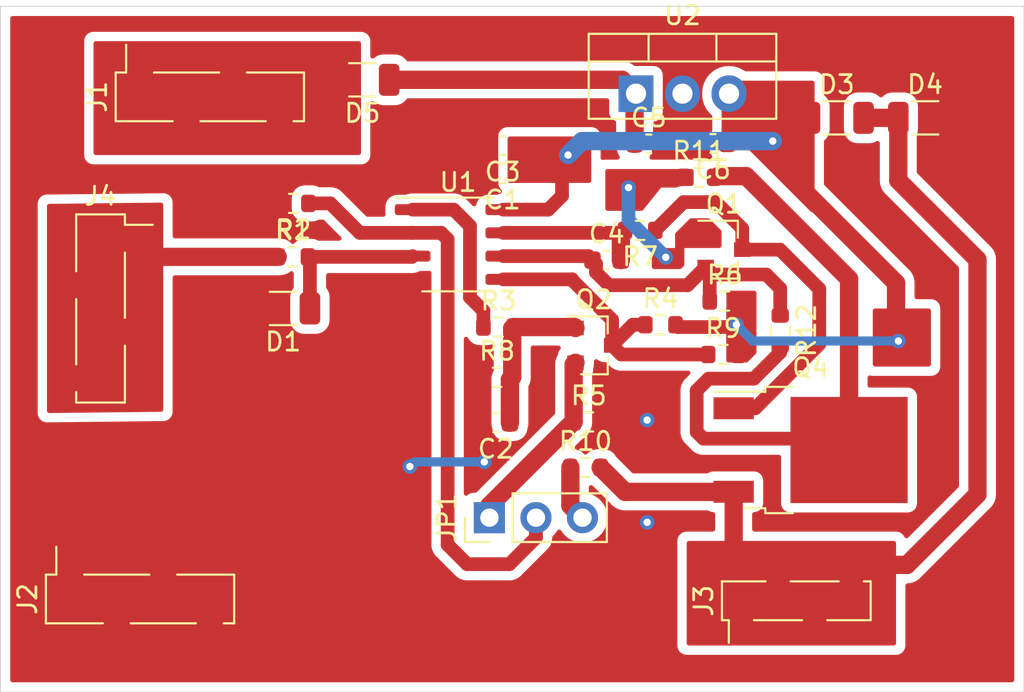
<source format=kicad_pcb>
(kicad_pcb (version 20171130) (host pcbnew "(5.1.10)-1")

  (general
    (thickness 1.6)
    (drawings 6)
    (tracks 129)
    (zones 0)
    (modules 32)
    (nets 19)
  )

  (page A4)
  (layers
    (0 F.Cu signal)
    (31 B.Cu signal)
    (32 B.Adhes user)
    (33 F.Adhes user)
    (34 B.Paste user)
    (35 F.Paste user)
    (36 B.SilkS user)
    (37 F.SilkS user)
    (38 B.Mask user)
    (39 F.Mask user)
    (40 Dwgs.User user)
    (41 Cmts.User user)
    (42 Eco1.User user)
    (43 Eco2.User user)
    (44 Edge.Cuts user)
    (45 Margin user)
    (46 B.CrtYd user hide)
    (47 F.CrtYd user hide)
    (48 B.Fab user hide)
    (49 F.Fab user hide)
  )

  (setup
    (last_trace_width 0.75)
    (user_trace_width 0.5)
    (user_trace_width 0.75)
    (user_trace_width 1)
    (trace_clearance 0.3)
    (zone_clearance 0.508)
    (zone_45_only no)
    (trace_min 0.2)
    (via_size 0.8)
    (via_drill 0.4)
    (via_min_size 0.4)
    (via_min_drill 0.3)
    (uvia_size 0.3)
    (uvia_drill 0.1)
    (uvias_allowed no)
    (uvia_min_size 0.2)
    (uvia_min_drill 0.1)
    (edge_width 0.05)
    (segment_width 0.2)
    (pcb_text_width 0.3)
    (pcb_text_size 1.5 1.5)
    (mod_edge_width 0.12)
    (mod_text_size 1 1)
    (mod_text_width 0.15)
    (pad_size 1.524 1.524)
    (pad_drill 0.762)
    (pad_to_mask_clearance 0)
    (aux_axis_origin 12.7 50.165)
    (visible_elements 7FFFF7FF)
    (pcbplotparams
      (layerselection 0x01000_7fffffff)
      (usegerberextensions false)
      (usegerberattributes true)
      (usegerberadvancedattributes true)
      (creategerberjobfile true)
      (excludeedgelayer true)
      (linewidth 0.100000)
      (plotframeref false)
      (viasonmask false)
      (mode 1)
      (useauxorigin false)
      (hpglpennumber 1)
      (hpglpenspeed 20)
      (hpglpendiameter 15.000000)
      (psnegative false)
      (psa4output false)
      (plotreference false)
      (plotvalue false)
      (plotinvisibletext false)
      (padsonsilk true)
      (subtractmaskfromsilk false)
      (outputformat 1)
      (mirror false)
      (drillshape 0)
      (scaleselection 1)
      (outputdirectory ""))
  )

  (net 0 "")
  (net 1 GND)
  (net 2 +24V)
  (net 3 "Net-(C2-Pad1)")
  (net 4 "Net-(C4-Pad2)")
  (net 5 "Net-(C4-Pad1)")
  (net 6 +15V)
  (net 7 "Net-(D1-Pad1)")
  (net 8 VIN)
  (net 9 "Net-(D3-Pad2)")
  (net 10 "Net-(Q1-Pad3)")
  (net 11 "Net-(Q1-Pad1)")
  (net 12 "Net-(Q2-Pad3)")
  (net 13 "Net-(JP1-Pad1)")
  (net 14 "Net-(Q4-Pad2)")
  (net 15 IN_1+)
  (net 16 "Net-(JP1-Pad2)")
  (net 17 "Net-(R3-Pad1)")
  (net 18 "Net-(JP1-Pad3)")

  (net_class Default "This is the default net class."
    (clearance 0.3)
    (trace_width 0.5)
    (via_dia 0.8)
    (via_drill 0.4)
    (uvia_dia 0.3)
    (uvia_drill 0.1)
    (add_net +15V)
    (add_net +24V)
    (add_net GND)
    (add_net IN_1+)
    (add_net "Net-(C2-Pad1)")
    (add_net "Net-(C4-Pad1)")
    (add_net "Net-(C4-Pad2)")
    (add_net "Net-(D1-Pad1)")
    (add_net "Net-(D3-Pad2)")
    (add_net "Net-(JP1-Pad1)")
    (add_net "Net-(JP1-Pad2)")
    (add_net "Net-(JP1-Pad3)")
    (add_net "Net-(Q1-Pad1)")
    (add_net "Net-(Q1-Pad3)")
    (add_net "Net-(Q2-Pad3)")
    (add_net "Net-(Q4-Pad2)")
    (add_net "Net-(R3-Pad1)")
    (add_net VIN)
  )

  (module Connector_PinHeader_2.54mm:PinHeader_1x04_P2.54mm_Vertical_SMD_Pin1Right (layer F.Cu) (tedit 59FED5CC) (tstamp 61A15C86)
    (at 18.165 29.21)
    (descr "surface-mounted straight pin header, 1x04, 2.54mm pitch, single row, style 2 (pin 1 right)")
    (tags "Surface mounted pin header SMD 1x04 2.54mm single row style2 pin1 right")
    (path /61A843BF)
    (attr smd)
    (fp_text reference J4 (at 0 -6.14) (layer F.SilkS)
      (effects (font (size 1 1) (thickness 0.15)))
    )
    (fp_text value Conn_01x04_Male (at 0 6.14) (layer F.Fab)
      (effects (font (size 1 1) (thickness 0.15)))
    )
    (fp_text user %R (at 0 0 90) (layer F.Fab)
      (effects (font (size 1 1) (thickness 0.15)))
    )
    (fp_line (start 1.27 5.08) (end -1.27 5.08) (layer F.Fab) (width 0.1))
    (fp_line (start -1.27 -5.08) (end 0.32 -5.08) (layer F.Fab) (width 0.1))
    (fp_line (start 1.27 5.08) (end 1.27 -4.13) (layer F.Fab) (width 0.1))
    (fp_line (start 1.27 -4.13) (end 0.32 -5.08) (layer F.Fab) (width 0.1))
    (fp_line (start -1.27 -5.08) (end -1.27 5.08) (layer F.Fab) (width 0.1))
    (fp_line (start -1.27 -1.59) (end -2.54 -1.59) (layer F.Fab) (width 0.1))
    (fp_line (start -2.54 -1.59) (end -2.54 -0.95) (layer F.Fab) (width 0.1))
    (fp_line (start -2.54 -0.95) (end -1.27 -0.95) (layer F.Fab) (width 0.1))
    (fp_line (start -1.27 3.49) (end -2.54 3.49) (layer F.Fab) (width 0.1))
    (fp_line (start -2.54 3.49) (end -2.54 4.13) (layer F.Fab) (width 0.1))
    (fp_line (start -2.54 4.13) (end -1.27 4.13) (layer F.Fab) (width 0.1))
    (fp_line (start 1.27 -4.13) (end 2.54 -4.13) (layer F.Fab) (width 0.1))
    (fp_line (start 2.54 -4.13) (end 2.54 -3.49) (layer F.Fab) (width 0.1))
    (fp_line (start 2.54 -3.49) (end 1.27 -3.49) (layer F.Fab) (width 0.1))
    (fp_line (start 1.27 0.95) (end 2.54 0.95) (layer F.Fab) (width 0.1))
    (fp_line (start 2.54 0.95) (end 2.54 1.59) (layer F.Fab) (width 0.1))
    (fp_line (start 2.54 1.59) (end 1.27 1.59) (layer F.Fab) (width 0.1))
    (fp_line (start -1.33 -5.14) (end 1.33 -5.14) (layer F.SilkS) (width 0.12))
    (fp_line (start -1.33 5.14) (end 1.33 5.14) (layer F.SilkS) (width 0.12))
    (fp_line (start 1.33 -3.05) (end 1.33 0.51) (layer F.SilkS) (width 0.12))
    (fp_line (start 1.33 2.03) (end 1.33 5.14) (layer F.SilkS) (width 0.12))
    (fp_line (start -1.33 -5.14) (end -1.33 -2.03) (layer F.SilkS) (width 0.12))
    (fp_line (start 1.33 -4.57) (end 2.85 -4.57) (layer F.SilkS) (width 0.12))
    (fp_line (start 1.33 -5.14) (end 1.33 -4.57) (layer F.SilkS) (width 0.12))
    (fp_line (start -1.33 4.57) (end -1.33 5.14) (layer F.SilkS) (width 0.12))
    (fp_line (start -1.33 -0.51) (end -1.33 3.05) (layer F.SilkS) (width 0.12))
    (fp_line (start -3.45 -5.6) (end -3.45 5.6) (layer F.CrtYd) (width 0.05))
    (fp_line (start -3.45 5.6) (end 3.45 5.6) (layer F.CrtYd) (width 0.05))
    (fp_line (start 3.45 5.6) (end 3.45 -5.6) (layer F.CrtYd) (width 0.05))
    (fp_line (start 3.45 -5.6) (end -3.45 -5.6) (layer F.CrtYd) (width 0.05))
    (pad 3 smd rect (at 1.655 1.27) (size 2.51 1) (layers F.Cu F.Paste F.Mask)
      (net 15 IN_1+))
    (pad 1 smd rect (at 1.655 -3.81) (size 2.51 1) (layers F.Cu F.Paste F.Mask)
      (net 15 IN_1+))
    (pad 4 smd rect (at -1.655 3.81) (size 2.51 1) (layers F.Cu F.Paste F.Mask)
      (net 15 IN_1+))
    (pad 2 smd rect (at -1.655 -1.27) (size 2.51 1) (layers F.Cu F.Paste F.Mask)
      (net 15 IN_1+))
    (model ${KISYS3DMOD}/Connector_PinHeader_2.54mm.3dshapes/PinHeader_1x04_P2.54mm_Vertical_SMD_Pin1Right.wrl
      (at (xyz 0 0 0))
      (scale (xyz 1 1 1))
      (rotate (xyz 0 0 0))
    )
  )

  (module Connector_PinHeader_2.00mm:PinHeader_1x04_P2.00mm_Vertical_SMD_Pin1Left (layer F.Cu) (tedit 59FED667) (tstamp 61AA28DF)
    (at 56.15 45.18 90)
    (descr "surface-mounted straight pin header, 1x04, 2.00mm pitch, single row, style 1 (pin 1 left)")
    (tags "Surface mounted pin header SMD 1x04 2.00mm single row style1 pin1 left")
    (path /61A235CC)
    (attr smd)
    (fp_text reference J3 (at 0 -5.06 90) (layer F.SilkS)
      (effects (font (size 1 1) (thickness 0.15)))
    )
    (fp_text value Conn_01x04_Male (at 0 5.06 90) (layer F.Fab)
      (effects (font (size 1 1) (thickness 0.15)))
    )
    (fp_text user %R (at 0 0) (layer F.Fab)
      (effects (font (size 1 1) (thickness 0.15)))
    )
    (fp_line (start 1 4) (end -1 4) (layer F.Fab) (width 0.1))
    (fp_line (start -0.25 -4) (end 1 -4) (layer F.Fab) (width 0.1))
    (fp_line (start -1 4) (end -1 -3.25) (layer F.Fab) (width 0.1))
    (fp_line (start -1 -3.25) (end -0.25 -4) (layer F.Fab) (width 0.1))
    (fp_line (start 1 -4) (end 1 4) (layer F.Fab) (width 0.1))
    (fp_line (start -1 -3.25) (end -2.1 -3.25) (layer F.Fab) (width 0.1))
    (fp_line (start -2.1 -3.25) (end -2.1 -2.75) (layer F.Fab) (width 0.1))
    (fp_line (start -2.1 -2.75) (end -1 -2.75) (layer F.Fab) (width 0.1))
    (fp_line (start -1 0.75) (end -2.1 0.75) (layer F.Fab) (width 0.1))
    (fp_line (start -2.1 0.75) (end -2.1 1.25) (layer F.Fab) (width 0.1))
    (fp_line (start -2.1 1.25) (end -1 1.25) (layer F.Fab) (width 0.1))
    (fp_line (start 1 -1.25) (end 2.1 -1.25) (layer F.Fab) (width 0.1))
    (fp_line (start 2.1 -1.25) (end 2.1 -0.75) (layer F.Fab) (width 0.1))
    (fp_line (start 2.1 -0.75) (end 1 -0.75) (layer F.Fab) (width 0.1))
    (fp_line (start 1 2.75) (end 2.1 2.75) (layer F.Fab) (width 0.1))
    (fp_line (start 2.1 2.75) (end 2.1 3.25) (layer F.Fab) (width 0.1))
    (fp_line (start 2.1 3.25) (end 1 3.25) (layer F.Fab) (width 0.1))
    (fp_line (start -1.06 -4.06) (end 1.06 -4.06) (layer F.SilkS) (width 0.12))
    (fp_line (start -1.06 4.06) (end 1.06 4.06) (layer F.SilkS) (width 0.12))
    (fp_line (start 1.06 -4.06) (end 1.06 -1.685) (layer F.SilkS) (width 0.12))
    (fp_line (start -1.06 -3.685) (end -2.29 -3.685) (layer F.SilkS) (width 0.12))
    (fp_line (start -1.06 -4.06) (end -1.06 -3.685) (layer F.SilkS) (width 0.12))
    (fp_line (start 1.06 3.685) (end 1.06 4.06) (layer F.SilkS) (width 0.12))
    (fp_line (start 1.06 -0.315) (end 1.06 2.315) (layer F.SilkS) (width 0.12))
    (fp_line (start -1.06 -2.315) (end -1.06 0.315) (layer F.SilkS) (width 0.12))
    (fp_line (start -1.06 1.685) (end -1.06 4.06) (layer F.SilkS) (width 0.12))
    (fp_line (start -2.85 -4.5) (end -2.85 4.5) (layer F.CrtYd) (width 0.05))
    (fp_line (start -2.85 4.5) (end 2.85 4.5) (layer F.CrtYd) (width 0.05))
    (fp_line (start 2.85 4.5) (end 2.85 -4.5) (layer F.CrtYd) (width 0.05))
    (fp_line (start 2.85 -4.5) (end -2.85 -4.5) (layer F.CrtYd) (width 0.05))
    (pad 4 smd rect (at 1.175 3 90) (size 2.35 0.85) (layers F.Cu F.Paste F.Mask)
      (net 9 "Net-(D3-Pad2)"))
    (pad 2 smd rect (at 1.175 -1 90) (size 2.35 0.85) (layers F.Cu F.Paste F.Mask)
      (net 9 "Net-(D3-Pad2)"))
    (pad 3 smd rect (at -1.175 1 90) (size 2.35 0.85) (layers F.Cu F.Paste F.Mask)
      (net 9 "Net-(D3-Pad2)"))
    (pad 1 smd rect (at -1.175 -3 90) (size 2.35 0.85) (layers F.Cu F.Paste F.Mask)
      (net 9 "Net-(D3-Pad2)"))
    (model ${KISYS3DMOD}/Connector_PinHeader_2.00mm.3dshapes/PinHeader_1x04_P2.00mm_Vertical_SMD_Pin1Left.wrl
      (at (xyz 0 0 0))
      (scale (xyz 1 1 1))
      (rotate (xyz 0 0 0))
    )
  )

  (module Connector_PinHeader_2.54mm:PinHeader_1x04_P2.54mm_Vertical_SMD_Pin1Right (layer F.Cu) (tedit 59FED5CC) (tstamp 61A0DAD4)
    (at 20.32 45.081 90)
    (descr "surface-mounted straight pin header, 1x04, 2.54mm pitch, single row, style 2 (pin 1 right)")
    (tags "Surface mounted pin header SMD 1x04 2.54mm single row style2 pin1 right")
    (path /61A33E27)
    (attr smd)
    (fp_text reference J2 (at 0 -6.14 90) (layer F.SilkS)
      (effects (font (size 1 1) (thickness 0.15)))
    )
    (fp_text value Conn_01x04_Male (at 0 6.14 90) (layer F.Fab)
      (effects (font (size 1 1) (thickness 0.15)))
    )
    (fp_text user %R (at 0 0) (layer F.Fab)
      (effects (font (size 1 1) (thickness 0.15)))
    )
    (fp_line (start 1.27 5.08) (end -1.27 5.08) (layer F.Fab) (width 0.1))
    (fp_line (start -1.27 -5.08) (end 0.32 -5.08) (layer F.Fab) (width 0.1))
    (fp_line (start 1.27 5.08) (end 1.27 -4.13) (layer F.Fab) (width 0.1))
    (fp_line (start 1.27 -4.13) (end 0.32 -5.08) (layer F.Fab) (width 0.1))
    (fp_line (start -1.27 -5.08) (end -1.27 5.08) (layer F.Fab) (width 0.1))
    (fp_line (start -1.27 -1.59) (end -2.54 -1.59) (layer F.Fab) (width 0.1))
    (fp_line (start -2.54 -1.59) (end -2.54 -0.95) (layer F.Fab) (width 0.1))
    (fp_line (start -2.54 -0.95) (end -1.27 -0.95) (layer F.Fab) (width 0.1))
    (fp_line (start -1.27 3.49) (end -2.54 3.49) (layer F.Fab) (width 0.1))
    (fp_line (start -2.54 3.49) (end -2.54 4.13) (layer F.Fab) (width 0.1))
    (fp_line (start -2.54 4.13) (end -1.27 4.13) (layer F.Fab) (width 0.1))
    (fp_line (start 1.27 -4.13) (end 2.54 -4.13) (layer F.Fab) (width 0.1))
    (fp_line (start 2.54 -4.13) (end 2.54 -3.49) (layer F.Fab) (width 0.1))
    (fp_line (start 2.54 -3.49) (end 1.27 -3.49) (layer F.Fab) (width 0.1))
    (fp_line (start 1.27 0.95) (end 2.54 0.95) (layer F.Fab) (width 0.1))
    (fp_line (start 2.54 0.95) (end 2.54 1.59) (layer F.Fab) (width 0.1))
    (fp_line (start 2.54 1.59) (end 1.27 1.59) (layer F.Fab) (width 0.1))
    (fp_line (start -1.33 -5.14) (end 1.33 -5.14) (layer F.SilkS) (width 0.12))
    (fp_line (start -1.33 5.14) (end 1.33 5.14) (layer F.SilkS) (width 0.12))
    (fp_line (start 1.33 -3.05) (end 1.33 0.51) (layer F.SilkS) (width 0.12))
    (fp_line (start 1.33 2.03) (end 1.33 5.14) (layer F.SilkS) (width 0.12))
    (fp_line (start -1.33 -5.14) (end -1.33 -2.03) (layer F.SilkS) (width 0.12))
    (fp_line (start 1.33 -4.57) (end 2.85 -4.57) (layer F.SilkS) (width 0.12))
    (fp_line (start 1.33 -5.14) (end 1.33 -4.57) (layer F.SilkS) (width 0.12))
    (fp_line (start -1.33 4.57) (end -1.33 5.14) (layer F.SilkS) (width 0.12))
    (fp_line (start -1.33 -0.51) (end -1.33 3.05) (layer F.SilkS) (width 0.12))
    (fp_line (start -3.45 -5.6) (end -3.45 5.6) (layer F.CrtYd) (width 0.05))
    (fp_line (start -3.45 5.6) (end 3.45 5.6) (layer F.CrtYd) (width 0.05))
    (fp_line (start 3.45 5.6) (end 3.45 -5.6) (layer F.CrtYd) (width 0.05))
    (fp_line (start 3.45 -5.6) (end -3.45 -5.6) (layer F.CrtYd) (width 0.05))
    (pad 3 smd rect (at 1.655 1.27 90) (size 2.51 1) (layers F.Cu F.Paste F.Mask)
      (net 1 GND))
    (pad 1 smd rect (at 1.655 -3.81 90) (size 2.51 1) (layers F.Cu F.Paste F.Mask)
      (net 1 GND))
    (pad 4 smd rect (at -1.655 3.81 90) (size 2.51 1) (layers F.Cu F.Paste F.Mask)
      (net 1 GND))
    (pad 2 smd rect (at -1.655 -1.27 90) (size 2.51 1) (layers F.Cu F.Paste F.Mask)
      (net 1 GND))
    (model ${KISYS3DMOD}/Connector_PinHeader_2.54mm.3dshapes/PinHeader_1x04_P2.54mm_Vertical_SMD_Pin1Right.wrl
      (at (xyz 0 0 0))
      (scale (xyz 1 1 1))
      (rotate (xyz 0 0 0))
    )
  )

  (module Connector_PinHeader_2.54mm:PinHeader_1x04_P2.54mm_Vertical_SMD_Pin1Right (layer F.Cu) (tedit 59FED5CC) (tstamp 61A13824)
    (at 24.13 17.649 90)
    (descr "surface-mounted straight pin header, 1x04, 2.54mm pitch, single row, style 2 (pin 1 right)")
    (tags "Surface mounted pin header SMD 1x04 2.54mm single row style2 pin1 right")
    (path /61A37772)
    (attr smd)
    (fp_text reference J1 (at 0 -6.14 90) (layer F.SilkS)
      (effects (font (size 1 1) (thickness 0.15)))
    )
    (fp_text value Conn_01x04_Male (at 0 6.14 90) (layer F.Fab)
      (effects (font (size 1 1) (thickness 0.15)))
    )
    (fp_text user %R (at 0 0) (layer F.Fab)
      (effects (font (size 1 1) (thickness 0.15)))
    )
    (fp_line (start 1.27 5.08) (end -1.27 5.08) (layer F.Fab) (width 0.1))
    (fp_line (start -1.27 -5.08) (end 0.32 -5.08) (layer F.Fab) (width 0.1))
    (fp_line (start 1.27 5.08) (end 1.27 -4.13) (layer F.Fab) (width 0.1))
    (fp_line (start 1.27 -4.13) (end 0.32 -5.08) (layer F.Fab) (width 0.1))
    (fp_line (start -1.27 -5.08) (end -1.27 5.08) (layer F.Fab) (width 0.1))
    (fp_line (start -1.27 -1.59) (end -2.54 -1.59) (layer F.Fab) (width 0.1))
    (fp_line (start -2.54 -1.59) (end -2.54 -0.95) (layer F.Fab) (width 0.1))
    (fp_line (start -2.54 -0.95) (end -1.27 -0.95) (layer F.Fab) (width 0.1))
    (fp_line (start -1.27 3.49) (end -2.54 3.49) (layer F.Fab) (width 0.1))
    (fp_line (start -2.54 3.49) (end -2.54 4.13) (layer F.Fab) (width 0.1))
    (fp_line (start -2.54 4.13) (end -1.27 4.13) (layer F.Fab) (width 0.1))
    (fp_line (start 1.27 -4.13) (end 2.54 -4.13) (layer F.Fab) (width 0.1))
    (fp_line (start 2.54 -4.13) (end 2.54 -3.49) (layer F.Fab) (width 0.1))
    (fp_line (start 2.54 -3.49) (end 1.27 -3.49) (layer F.Fab) (width 0.1))
    (fp_line (start 1.27 0.95) (end 2.54 0.95) (layer F.Fab) (width 0.1))
    (fp_line (start 2.54 0.95) (end 2.54 1.59) (layer F.Fab) (width 0.1))
    (fp_line (start 2.54 1.59) (end 1.27 1.59) (layer F.Fab) (width 0.1))
    (fp_line (start -1.33 -5.14) (end 1.33 -5.14) (layer F.SilkS) (width 0.12))
    (fp_line (start -1.33 5.14) (end 1.33 5.14) (layer F.SilkS) (width 0.12))
    (fp_line (start 1.33 -3.05) (end 1.33 0.51) (layer F.SilkS) (width 0.12))
    (fp_line (start 1.33 2.03) (end 1.33 5.14) (layer F.SilkS) (width 0.12))
    (fp_line (start -1.33 -5.14) (end -1.33 -2.03) (layer F.SilkS) (width 0.12))
    (fp_line (start 1.33 -4.57) (end 2.85 -4.57) (layer F.SilkS) (width 0.12))
    (fp_line (start 1.33 -5.14) (end 1.33 -4.57) (layer F.SilkS) (width 0.12))
    (fp_line (start -1.33 4.57) (end -1.33 5.14) (layer F.SilkS) (width 0.12))
    (fp_line (start -1.33 -0.51) (end -1.33 3.05) (layer F.SilkS) (width 0.12))
    (fp_line (start -3.45 -5.6) (end -3.45 5.6) (layer F.CrtYd) (width 0.05))
    (fp_line (start -3.45 5.6) (end 3.45 5.6) (layer F.CrtYd) (width 0.05))
    (fp_line (start 3.45 5.6) (end 3.45 -5.6) (layer F.CrtYd) (width 0.05))
    (fp_line (start 3.45 -5.6) (end -3.45 -5.6) (layer F.CrtYd) (width 0.05))
    (pad 3 smd rect (at 1.655 1.27 90) (size 2.51 1) (layers F.Cu F.Paste F.Mask)
      (net 8 VIN))
    (pad 1 smd rect (at 1.655 -3.81 90) (size 2.51 1) (layers F.Cu F.Paste F.Mask)
      (net 8 VIN))
    (pad 4 smd rect (at -1.655 3.81 90) (size 2.51 1) (layers F.Cu F.Paste F.Mask)
      (net 8 VIN))
    (pad 2 smd rect (at -1.655 -1.27 90) (size 2.51 1) (layers F.Cu F.Paste F.Mask)
      (net 8 VIN))
    (model ${KISYS3DMOD}/Connector_PinHeader_2.54mm.3dshapes/PinHeader_1x04_P2.54mm_Vertical_SMD_Pin1Right.wrl
      (at (xyz 0 0 0))
      (scale (xyz 1 1 1))
      (rotate (xyz 0 0 0))
    )
  )

  (module Connector_PinHeader_2.54mm:PinHeader_1x03_P2.54mm_Vertical (layer F.Cu) (tedit 59FED5CC) (tstamp 61A13897)
    (at 39.3954 40.64 90)
    (descr "Through hole straight pin header, 1x03, 2.54mm pitch, single row")
    (tags "Through hole pin header THT 1x03 2.54mm single row")
    (path /61B1CA1F)
    (fp_text reference JP1 (at 0 -2.33 90) (layer F.SilkS)
      (effects (font (size 1 1) (thickness 0.15)))
    )
    (fp_text value Jumper_NC_Dual (at 0 7.41 90) (layer F.Fab)
      (effects (font (size 1 1) (thickness 0.15)))
    )
    (fp_line (start 1.8 -1.8) (end -1.8 -1.8) (layer F.CrtYd) (width 0.05))
    (fp_line (start 1.8 6.85) (end 1.8 -1.8) (layer F.CrtYd) (width 0.05))
    (fp_line (start -1.8 6.85) (end 1.8 6.85) (layer F.CrtYd) (width 0.05))
    (fp_line (start -1.8 -1.8) (end -1.8 6.85) (layer F.CrtYd) (width 0.05))
    (fp_line (start -1.33 -1.33) (end 0 -1.33) (layer F.SilkS) (width 0.12))
    (fp_line (start -1.33 0) (end -1.33 -1.33) (layer F.SilkS) (width 0.12))
    (fp_line (start -1.33 1.27) (end 1.33 1.27) (layer F.SilkS) (width 0.12))
    (fp_line (start 1.33 1.27) (end 1.33 6.41) (layer F.SilkS) (width 0.12))
    (fp_line (start -1.33 1.27) (end -1.33 6.41) (layer F.SilkS) (width 0.12))
    (fp_line (start -1.33 6.41) (end 1.33 6.41) (layer F.SilkS) (width 0.12))
    (fp_line (start -1.27 -0.635) (end -0.635 -1.27) (layer F.Fab) (width 0.1))
    (fp_line (start -1.27 6.35) (end -1.27 -0.635) (layer F.Fab) (width 0.1))
    (fp_line (start 1.27 6.35) (end -1.27 6.35) (layer F.Fab) (width 0.1))
    (fp_line (start 1.27 -1.27) (end 1.27 6.35) (layer F.Fab) (width 0.1))
    (fp_line (start -0.635 -1.27) (end 1.27 -1.27) (layer F.Fab) (width 0.1))
    (fp_text user %R (at 0 2.54) (layer F.Fab)
      (effects (font (size 1 1) (thickness 0.15)))
    )
    (pad 1 thru_hole rect (at 0 0 90) (size 1.7 1.7) (drill 1) (layers *.Cu *.Mask)
      (net 13 "Net-(JP1-Pad1)"))
    (pad 2 thru_hole oval (at 0 2.54 90) (size 1.7 1.7) (drill 1) (layers *.Cu *.Mask)
      (net 16 "Net-(JP1-Pad2)"))
    (pad 3 thru_hole oval (at 0 5.08 90) (size 1.7 1.7) (drill 1) (layers *.Cu *.Mask)
      (net 18 "Net-(JP1-Pad3)"))
    (model ${KISYS3DMOD}/Connector_PinHeader_2.54mm.3dshapes/PinHeader_1x03_P2.54mm_Vertical.wrl
      (at (xyz 0 0 0))
      (scale (xyz 1 1 1))
      (rotate (xyz 0 0 0))
    )
  )

  (module Resistor_SMD:R_1206_3216Metric (layer F.Cu) (tedit 5F68FEEE) (tstamp 61A12010)
    (at 32.4612 16.71828 180)
    (descr "Resistor SMD 1206 (3216 Metric), square (rectangular) end terminal, IPC_7351 nominal, (Body size source: IPC-SM-782 page 72, https://www.pcb-3d.com/wordpress/wp-content/uploads/ipc-sm-782a_amendment_1_and_2.pdf), generated with kicad-footprint-generator")
    (tags resistor)
    (path /61A135F3)
    (attr smd)
    (fp_text reference D5 (at 0 -1.82) (layer F.SilkS)
      (effects (font (size 1 1) (thickness 0.15)))
    )
    (fp_text value 1N4148 (at 0 1.82) (layer F.Fab)
      (effects (font (size 1 1) (thickness 0.15)))
    )
    (fp_line (start -1.6 0.8) (end -1.6 -0.8) (layer F.Fab) (width 0.1))
    (fp_line (start -1.6 -0.8) (end 1.6 -0.8) (layer F.Fab) (width 0.1))
    (fp_line (start 1.6 -0.8) (end 1.6 0.8) (layer F.Fab) (width 0.1))
    (fp_line (start 1.6 0.8) (end -1.6 0.8) (layer F.Fab) (width 0.1))
    (fp_line (start -0.727064 -0.91) (end 0.727064 -0.91) (layer F.SilkS) (width 0.12))
    (fp_line (start -0.727064 0.91) (end 0.727064 0.91) (layer F.SilkS) (width 0.12))
    (fp_line (start -2.28 1.12) (end -2.28 -1.12) (layer F.CrtYd) (width 0.05))
    (fp_line (start -2.28 -1.12) (end 2.28 -1.12) (layer F.CrtYd) (width 0.05))
    (fp_line (start 2.28 -1.12) (end 2.28 1.12) (layer F.CrtYd) (width 0.05))
    (fp_line (start 2.28 1.12) (end -2.28 1.12) (layer F.CrtYd) (width 0.05))
    (fp_text user %R (at 0 0) (layer F.Fab)
      (effects (font (size 0.8 0.8) (thickness 0.12)))
    )
    (pad 2 smd roundrect (at 1.4625 0 180) (size 1.125 1.75) (layers F.Cu F.Paste F.Mask) (roundrect_rratio 0.2222213333333333)
      (net 8 VIN))
    (pad 1 smd roundrect (at -1.4625 0 180) (size 1.125 1.75) (layers F.Cu F.Paste F.Mask) (roundrect_rratio 0.2222213333333333)
      (net 2 +24V))
    (model ${KISYS3DMOD}/Resistor_SMD.3dshapes/R_1206_3216Metric.wrl
      (at (xyz 0 0 0))
      (scale (xyz 1 1 1))
      (rotate (xyz 0 0 0))
    )
  )

  (module Package_TO_SOT_THT:TO-220-3_Vertical (layer F.Cu) (tedit 5AC8BA0D) (tstamp 61A0DC3A)
    (at 47.3964 17.4752)
    (descr "TO-220-3, Vertical, RM 2.54mm, see https://www.vishay.com/docs/66542/to-220-1.pdf")
    (tags "TO-220-3 Vertical RM 2.54mm")
    (path /61BE3D48)
    (fp_text reference U2 (at 2.54 -4.27) (layer F.SilkS)
      (effects (font (size 1 1) (thickness 0.15)))
    )
    (fp_text value L7815 (at 2.54 2.5) (layer F.Fab)
      (effects (font (size 1 1) (thickness 0.15)))
    )
    (fp_line (start 7.79 -3.4) (end -2.71 -3.4) (layer F.CrtYd) (width 0.05))
    (fp_line (start 7.79 1.51) (end 7.79 -3.4) (layer F.CrtYd) (width 0.05))
    (fp_line (start -2.71 1.51) (end 7.79 1.51) (layer F.CrtYd) (width 0.05))
    (fp_line (start -2.71 -3.4) (end -2.71 1.51) (layer F.CrtYd) (width 0.05))
    (fp_line (start 4.391 -3.27) (end 4.391 -1.76) (layer F.SilkS) (width 0.12))
    (fp_line (start 0.69 -3.27) (end 0.69 -1.76) (layer F.SilkS) (width 0.12))
    (fp_line (start -2.58 -1.76) (end 7.66 -1.76) (layer F.SilkS) (width 0.12))
    (fp_line (start 7.66 -3.27) (end 7.66 1.371) (layer F.SilkS) (width 0.12))
    (fp_line (start -2.58 -3.27) (end -2.58 1.371) (layer F.SilkS) (width 0.12))
    (fp_line (start -2.58 1.371) (end 7.66 1.371) (layer F.SilkS) (width 0.12))
    (fp_line (start -2.58 -3.27) (end 7.66 -3.27) (layer F.SilkS) (width 0.12))
    (fp_line (start 4.39 -3.15) (end 4.39 -1.88) (layer F.Fab) (width 0.1))
    (fp_line (start 0.69 -3.15) (end 0.69 -1.88) (layer F.Fab) (width 0.1))
    (fp_line (start -2.46 -1.88) (end 7.54 -1.88) (layer F.Fab) (width 0.1))
    (fp_line (start 7.54 -3.15) (end -2.46 -3.15) (layer F.Fab) (width 0.1))
    (fp_line (start 7.54 1.25) (end 7.54 -3.15) (layer F.Fab) (width 0.1))
    (fp_line (start -2.46 1.25) (end 7.54 1.25) (layer F.Fab) (width 0.1))
    (fp_line (start -2.46 -3.15) (end -2.46 1.25) (layer F.Fab) (width 0.1))
    (fp_text user %R (at 2.54 -4.27) (layer F.Fab)
      (effects (font (size 1 1) (thickness 0.15)))
    )
    (pad 3 thru_hole oval (at 5.08 0) (size 1.905 2) (drill 1.1) (layers *.Cu *.Mask)
      (net 6 +15V))
    (pad 2 thru_hole oval (at 2.54 0) (size 1.905 2) (drill 1.1) (layers *.Cu *.Mask)
      (net 1 GND))
    (pad 1 thru_hole rect (at 0 0) (size 1.905 2) (drill 1.1) (layers *.Cu *.Mask)
      (net 2 +24V))
    (model ${KISYS3DMOD}/Package_TO_SOT_THT.3dshapes/TO-220-3_Vertical.wrl
      (at (xyz 0 0 0))
      (scale (xyz 1 1 1))
      (rotate (xyz 0 0 0))
    )
  )

  (module Package_SO:SOIC-8_3.9x4.9mm_P1.27mm (layer F.Cu) (tedit 5D9F72B1) (tstamp 61A0DC20)
    (at 37.67836 25.71496)
    (descr "SOIC, 8 Pin (JEDEC MS-012AA, https://www.analog.com/media/en/package-pcb-resources/package/pkg_pdf/soic_narrow-r/r_8.pdf), generated with kicad-footprint-generator ipc_gullwing_generator.py")
    (tags "SOIC SO")
    (path /619F8A29)
    (attr smd)
    (fp_text reference U1 (at 0 -3.4) (layer F.SilkS)
      (effects (font (size 1 1) (thickness 0.15)))
    )
    (fp_text value LM2904 (at 0 3.4) (layer F.Fab)
      (effects (font (size 1 1) (thickness 0.15)))
    )
    (fp_line (start 0 2.56) (end 1.95 2.56) (layer F.SilkS) (width 0.12))
    (fp_line (start 0 2.56) (end -1.95 2.56) (layer F.SilkS) (width 0.12))
    (fp_line (start 0 -2.56) (end 1.95 -2.56) (layer F.SilkS) (width 0.12))
    (fp_line (start 0 -2.56) (end -3.45 -2.56) (layer F.SilkS) (width 0.12))
    (fp_line (start -0.975 -2.45) (end 1.95 -2.45) (layer F.Fab) (width 0.1))
    (fp_line (start 1.95 -2.45) (end 1.95 2.45) (layer F.Fab) (width 0.1))
    (fp_line (start 1.95 2.45) (end -1.95 2.45) (layer F.Fab) (width 0.1))
    (fp_line (start -1.95 2.45) (end -1.95 -1.475) (layer F.Fab) (width 0.1))
    (fp_line (start -1.95 -1.475) (end -0.975 -2.45) (layer F.Fab) (width 0.1))
    (fp_line (start -3.7 -2.7) (end -3.7 2.7) (layer F.CrtYd) (width 0.05))
    (fp_line (start -3.7 2.7) (end 3.7 2.7) (layer F.CrtYd) (width 0.05))
    (fp_line (start 3.7 2.7) (end 3.7 -2.7) (layer F.CrtYd) (width 0.05))
    (fp_line (start 3.7 -2.7) (end -3.7 -2.7) (layer F.CrtYd) (width 0.05))
    (fp_text user %R (at 0 0) (layer F.Fab)
      (effects (font (size 0.98 0.98) (thickness 0.15)))
    )
    (pad 1 smd roundrect (at -2.475 -1.905) (size 1.95 0.6) (layers F.Cu F.Paste F.Mask) (roundrect_rratio 0.25)
      (net 17 "Net-(R3-Pad1)"))
    (pad 2 smd roundrect (at -2.475 -0.635) (size 1.95 0.6) (layers F.Cu F.Paste F.Mask) (roundrect_rratio 0.25)
      (net 16 "Net-(JP1-Pad2)"))
    (pad 3 smd roundrect (at -2.475 0.635) (size 1.95 0.6) (layers F.Cu F.Paste F.Mask) (roundrect_rratio 0.25)
      (net 7 "Net-(D1-Pad1)"))
    (pad 4 smd roundrect (at -2.475 1.905) (size 1.95 0.6) (layers F.Cu F.Paste F.Mask) (roundrect_rratio 0.25)
      (net 1 GND))
    (pad 5 smd roundrect (at 2.475 1.905) (size 1.95 0.6) (layers F.Cu F.Paste F.Mask) (roundrect_rratio 0.25)
      (net 12 "Net-(Q2-Pad3)"))
    (pad 6 smd roundrect (at 2.475 0.635) (size 1.95 0.6) (layers F.Cu F.Paste F.Mask) (roundrect_rratio 0.25)
      (net 5 "Net-(C4-Pad1)"))
    (pad 7 smd roundrect (at 2.475 -0.635) (size 1.95 0.6) (layers F.Cu F.Paste F.Mask) (roundrect_rratio 0.25)
      (net 4 "Net-(C4-Pad2)"))
    (pad 8 smd roundrect (at 2.475 -1.905) (size 1.95 0.6) (layers F.Cu F.Paste F.Mask) (roundrect_rratio 0.25)
      (net 6 +15V))
    (model ${KISYS3DMOD}/Package_SO.3dshapes/SOIC-8_3.9x4.9mm_P1.27mm.wrl
      (at (xyz 0 0 0))
      (scale (xyz 1 1 1))
      (rotate (xyz 0 0 0))
    )
  )

  (module Resistor_SMD:R_0603_1608Metric (layer F.Cu) (tedit 5F68FEEE) (tstamp 61A0DC06)
    (at 55.2704 30.416 270)
    (descr "Resistor SMD 0603 (1608 Metric), square (rectangular) end terminal, IPC_7351 nominal, (Body size source: IPC-SM-782 page 72, https://www.pcb-3d.com/wordpress/wp-content/uploads/ipc-sm-782a_amendment_1_and_2.pdf), generated with kicad-footprint-generator")
    (tags resistor)
    (path /61B4CD5C)
    (attr smd)
    (fp_text reference R12 (at 0 -1.43 90) (layer F.SilkS)
      (effects (font (size 1 1) (thickness 0.15)))
    )
    (fp_text value 10R (at 0 1.43 90) (layer F.Fab)
      (effects (font (size 1 1) (thickness 0.15)))
    )
    (fp_line (start 1.48 0.73) (end -1.48 0.73) (layer F.CrtYd) (width 0.05))
    (fp_line (start 1.48 -0.73) (end 1.48 0.73) (layer F.CrtYd) (width 0.05))
    (fp_line (start -1.48 -0.73) (end 1.48 -0.73) (layer F.CrtYd) (width 0.05))
    (fp_line (start -1.48 0.73) (end -1.48 -0.73) (layer F.CrtYd) (width 0.05))
    (fp_line (start -0.237258 0.5225) (end 0.237258 0.5225) (layer F.SilkS) (width 0.12))
    (fp_line (start -0.237258 -0.5225) (end 0.237258 -0.5225) (layer F.SilkS) (width 0.12))
    (fp_line (start 0.8 0.4125) (end -0.8 0.4125) (layer F.Fab) (width 0.1))
    (fp_line (start 0.8 -0.4125) (end 0.8 0.4125) (layer F.Fab) (width 0.1))
    (fp_line (start -0.8 -0.4125) (end 0.8 -0.4125) (layer F.Fab) (width 0.1))
    (fp_line (start -0.8 0.4125) (end -0.8 -0.4125) (layer F.Fab) (width 0.1))
    (fp_text user %R (at 0 0 90) (layer F.Fab)
      (effects (font (size 0.4 0.4) (thickness 0.06)))
    )
    (pad 2 smd roundrect (at 0.825 0 270) (size 0.8 0.95) (layers F.Cu F.Paste F.Mask) (roundrect_rratio 0.25)
      (net 14 "Net-(Q4-Pad2)"))
    (pad 1 smd roundrect (at -0.825 0 270) (size 0.8 0.95) (layers F.Cu F.Paste F.Mask) (roundrect_rratio 0.25)
      (net 5 "Net-(C4-Pad1)"))
    (model ${KISYS3DMOD}/Resistor_SMD.3dshapes/R_0603_1608Metric.wrl
      (at (xyz 0 0 0))
      (scale (xyz 1 1 1))
      (rotate (xyz 0 0 0))
    )
  )

  (module Resistor_SMD:R_0603_1608Metric (layer F.Cu) (tedit 5F68FEEE) (tstamp 61A0DBF5)
    (at 50.8376 22.04466)
    (descr "Resistor SMD 0603 (1608 Metric), square (rectangular) end terminal, IPC_7351 nominal, (Body size source: IPC-SM-782 page 72, https://www.pcb-3d.com/wordpress/wp-content/uploads/ipc-sm-782a_amendment_1_and_2.pdf), generated with kicad-footprint-generator")
    (tags resistor)
    (path /61BAF246)
    (attr smd)
    (fp_text reference R11 (at 0 -1.43) (layer F.SilkS)
      (effects (font (size 1 1) (thickness 0.15)))
    )
    (fp_text value 1k (at 0 1.43) (layer F.Fab)
      (effects (font (size 1 1) (thickness 0.15)))
    )
    (fp_line (start 1.48 0.73) (end -1.48 0.73) (layer F.CrtYd) (width 0.05))
    (fp_line (start 1.48 -0.73) (end 1.48 0.73) (layer F.CrtYd) (width 0.05))
    (fp_line (start -1.48 -0.73) (end 1.48 -0.73) (layer F.CrtYd) (width 0.05))
    (fp_line (start -1.48 0.73) (end -1.48 -0.73) (layer F.CrtYd) (width 0.05))
    (fp_line (start -0.237258 0.5225) (end 0.237258 0.5225) (layer F.SilkS) (width 0.12))
    (fp_line (start -0.237258 -0.5225) (end 0.237258 -0.5225) (layer F.SilkS) (width 0.12))
    (fp_line (start 0.8 0.4125) (end -0.8 0.4125) (layer F.Fab) (width 0.1))
    (fp_line (start 0.8 -0.4125) (end 0.8 0.4125) (layer F.Fab) (width 0.1))
    (fp_line (start -0.8 -0.4125) (end 0.8 -0.4125) (layer F.Fab) (width 0.1))
    (fp_line (start -0.8 0.4125) (end -0.8 -0.4125) (layer F.Fab) (width 0.1))
    (fp_text user %R (at 0 0) (layer F.Fab)
      (effects (font (size 0.4 0.4) (thickness 0.06)))
    )
    (pad 2 smd roundrect (at 0.825 0) (size 0.8 0.95) (layers F.Cu F.Paste F.Mask) (roundrect_rratio 0.25)
      (net 14 "Net-(Q4-Pad2)"))
    (pad 1 smd roundrect (at -0.825 0) (size 0.8 0.95) (layers F.Cu F.Paste F.Mask) (roundrect_rratio 0.25)
      (net 11 "Net-(Q1-Pad1)"))
    (model ${KISYS3DMOD}/Resistor_SMD.3dshapes/R_0603_1608Metric.wrl
      (at (xyz 0 0 0))
      (scale (xyz 1 1 1))
      (rotate (xyz 0 0 0))
    )
  )

  (module Resistor_SMD:R_0603_1608Metric (layer F.Cu) (tedit 5F68FEEE) (tstamp 61A0DBE4)
    (at 44.64 37.8968)
    (descr "Resistor SMD 0603 (1608 Metric), square (rectangular) end terminal, IPC_7351 nominal, (Body size source: IPC-SM-782 page 72, https://www.pcb-3d.com/wordpress/wp-content/uploads/ipc-sm-782a_amendment_1_and_2.pdf), generated with kicad-footprint-generator")
    (tags resistor)
    (path /61B29090)
    (attr smd)
    (fp_text reference R10 (at 0 -1.43) (layer F.SilkS)
      (effects (font (size 1 1) (thickness 0.15)))
    )
    (fp_text value 1k (at 0 1.43) (layer F.Fab)
      (effects (font (size 1 1) (thickness 0.15)))
    )
    (fp_line (start -0.8 0.4125) (end -0.8 -0.4125) (layer F.Fab) (width 0.1))
    (fp_line (start -0.8 -0.4125) (end 0.8 -0.4125) (layer F.Fab) (width 0.1))
    (fp_line (start 0.8 -0.4125) (end 0.8 0.4125) (layer F.Fab) (width 0.1))
    (fp_line (start 0.8 0.4125) (end -0.8 0.4125) (layer F.Fab) (width 0.1))
    (fp_line (start -0.237258 -0.5225) (end 0.237258 -0.5225) (layer F.SilkS) (width 0.12))
    (fp_line (start -0.237258 0.5225) (end 0.237258 0.5225) (layer F.SilkS) (width 0.12))
    (fp_line (start -1.48 0.73) (end -1.48 -0.73) (layer F.CrtYd) (width 0.05))
    (fp_line (start -1.48 -0.73) (end 1.48 -0.73) (layer F.CrtYd) (width 0.05))
    (fp_line (start 1.48 -0.73) (end 1.48 0.73) (layer F.CrtYd) (width 0.05))
    (fp_line (start 1.48 0.73) (end -1.48 0.73) (layer F.CrtYd) (width 0.05))
    (fp_text user %R (at 0 0) (layer F.Fab)
      (effects (font (size 0.4 0.4) (thickness 0.06)))
    )
    (pad 1 smd roundrect (at -0.825 0) (size 0.8 0.95) (layers F.Cu F.Paste F.Mask) (roundrect_rratio 0.25)
      (net 18 "Net-(JP1-Pad3)"))
    (pad 2 smd roundrect (at 0.825 0) (size 0.8 0.95) (layers F.Cu F.Paste F.Mask) (roundrect_rratio 0.25)
      (net 9 "Net-(D3-Pad2)"))
    (model ${KISYS3DMOD}/Resistor_SMD.3dshapes/R_0603_1608Metric.wrl
      (at (xyz 0 0 0))
      (scale (xyz 1 1 1))
      (rotate (xyz 0 0 0))
    )
  )

  (module Resistor_SMD:R_0603_1608Metric (layer F.Cu) (tedit 5F68FEEE) (tstamp 61A0DBD3)
    (at 52.1594 31.7246)
    (descr "Resistor SMD 0603 (1608 Metric), square (rectangular) end terminal, IPC_7351 nominal, (Body size source: IPC-SM-782 page 72, https://www.pcb-3d.com/wordpress/wp-content/uploads/ipc-sm-782a_amendment_1_and_2.pdf), generated with kicad-footprint-generator")
    (tags resistor)
    (path /61BD5FEA)
    (attr smd)
    (fp_text reference R9 (at 0 -1.43) (layer F.SilkS)
      (effects (font (size 1 1) (thickness 0.15)))
    )
    (fp_text value 1k (at 0 1.43) (layer F.Fab)
      (effects (font (size 1 1) (thickness 0.15)))
    )
    (fp_line (start 1.48 0.73) (end -1.48 0.73) (layer F.CrtYd) (width 0.05))
    (fp_line (start 1.48 -0.73) (end 1.48 0.73) (layer F.CrtYd) (width 0.05))
    (fp_line (start -1.48 -0.73) (end 1.48 -0.73) (layer F.CrtYd) (width 0.05))
    (fp_line (start -1.48 0.73) (end -1.48 -0.73) (layer F.CrtYd) (width 0.05))
    (fp_line (start -0.237258 0.5225) (end 0.237258 0.5225) (layer F.SilkS) (width 0.12))
    (fp_line (start -0.237258 -0.5225) (end 0.237258 -0.5225) (layer F.SilkS) (width 0.12))
    (fp_line (start 0.8 0.4125) (end -0.8 0.4125) (layer F.Fab) (width 0.1))
    (fp_line (start 0.8 -0.4125) (end 0.8 0.4125) (layer F.Fab) (width 0.1))
    (fp_line (start -0.8 -0.4125) (end 0.8 -0.4125) (layer F.Fab) (width 0.1))
    (fp_line (start -0.8 0.4125) (end -0.8 -0.4125) (layer F.Fab) (width 0.1))
    (fp_text user %R (at 0 0) (layer F.Fab)
      (effects (font (size 0.4 0.4) (thickness 0.06)))
    )
    (pad 2 smd roundrect (at 0.825 0) (size 0.8 0.95) (layers F.Cu F.Paste F.Mask) (roundrect_rratio 0.25)
      (net 6 +15V))
    (pad 1 smd roundrect (at -0.825 0) (size 0.8 0.95) (layers F.Cu F.Paste F.Mask) (roundrect_rratio 0.25)
      (net 12 "Net-(Q2-Pad3)"))
    (model ${KISYS3DMOD}/Resistor_SMD.3dshapes/R_0603_1608Metric.wrl
      (at (xyz 0 0 0))
      (scale (xyz 1 1 1))
      (rotate (xyz 0 0 0))
    )
  )

  (module Resistor_SMD:R_0603_1608Metric (layer F.Cu) (tedit 5F68FEEE) (tstamp 61A16571)
    (at 39.815 32.9692)
    (descr "Resistor SMD 0603 (1608 Metric), square (rectangular) end terminal, IPC_7351 nominal, (Body size source: IPC-SM-782 page 72, https://www.pcb-3d.com/wordpress/wp-content/uploads/ipc-sm-782a_amendment_1_and_2.pdf), generated with kicad-footprint-generator")
    (tags resistor)
    (path /61AF82BE)
    (attr smd)
    (fp_text reference R8 (at 0 -1.43) (layer F.SilkS)
      (effects (font (size 1 1) (thickness 0.15)))
    )
    (fp_text value 10k (at 0 1.43) (layer F.Fab)
      (effects (font (size 1 1) (thickness 0.15)))
    )
    (fp_line (start 1.48 0.73) (end -1.48 0.73) (layer F.CrtYd) (width 0.05))
    (fp_line (start 1.48 -0.73) (end 1.48 0.73) (layer F.CrtYd) (width 0.05))
    (fp_line (start -1.48 -0.73) (end 1.48 -0.73) (layer F.CrtYd) (width 0.05))
    (fp_line (start -1.48 0.73) (end -1.48 -0.73) (layer F.CrtYd) (width 0.05))
    (fp_line (start -0.237258 0.5225) (end 0.237258 0.5225) (layer F.SilkS) (width 0.12))
    (fp_line (start -0.237258 -0.5225) (end 0.237258 -0.5225) (layer F.SilkS) (width 0.12))
    (fp_line (start 0.8 0.4125) (end -0.8 0.4125) (layer F.Fab) (width 0.1))
    (fp_line (start 0.8 -0.4125) (end 0.8 0.4125) (layer F.Fab) (width 0.1))
    (fp_line (start -0.8 -0.4125) (end 0.8 -0.4125) (layer F.Fab) (width 0.1))
    (fp_line (start -0.8 0.4125) (end -0.8 -0.4125) (layer F.Fab) (width 0.1))
    (fp_text user %R (at 0 0) (layer F.Fab)
      (effects (font (size 0.4 0.4) (thickness 0.06)))
    )
    (pad 2 smd roundrect (at 0.825 0) (size 0.8 0.95) (layers F.Cu F.Paste F.Mask) (roundrect_rratio 0.25)
      (net 3 "Net-(C2-Pad1)"))
    (pad 1 smd roundrect (at -0.825 0) (size 0.8 0.95) (layers F.Cu F.Paste F.Mask) (roundrect_rratio 0.25)
      (net 1 GND))
    (model ${KISYS3DMOD}/Resistor_SMD.3dshapes/R_0603_1608Metric.wrl
      (at (xyz 0 0 0))
      (scale (xyz 1 1 1))
      (rotate (xyz 0 0 0))
    )
  )

  (module Resistor_SMD:R_0603_1608Metric (layer F.Cu) (tedit 5F68FEEE) (tstamp 61A0DBB1)
    (at 47.6255 24.9428 180)
    (descr "Resistor SMD 0603 (1608 Metric), square (rectangular) end terminal, IPC_7351 nominal, (Body size source: IPC-SM-782 page 72, https://www.pcb-3d.com/wordpress/wp-content/uploads/ipc-sm-782a_amendment_1_and_2.pdf), generated with kicad-footprint-generator")
    (tags resistor)
    (path /61A153D5)
    (attr smd)
    (fp_text reference R7 (at 0 -1.43) (layer F.SilkS)
      (effects (font (size 1 1) (thickness 0.15)))
    )
    (fp_text value 1k (at 0 1.43) (layer F.Fab)
      (effects (font (size 1 1) (thickness 0.15)))
    )
    (fp_line (start 1.48 0.73) (end -1.48 0.73) (layer F.CrtYd) (width 0.05))
    (fp_line (start 1.48 -0.73) (end 1.48 0.73) (layer F.CrtYd) (width 0.05))
    (fp_line (start -1.48 -0.73) (end 1.48 -0.73) (layer F.CrtYd) (width 0.05))
    (fp_line (start -1.48 0.73) (end -1.48 -0.73) (layer F.CrtYd) (width 0.05))
    (fp_line (start -0.237258 0.5225) (end 0.237258 0.5225) (layer F.SilkS) (width 0.12))
    (fp_line (start -0.237258 -0.5225) (end 0.237258 -0.5225) (layer F.SilkS) (width 0.12))
    (fp_line (start 0.8 0.4125) (end -0.8 0.4125) (layer F.Fab) (width 0.1))
    (fp_line (start 0.8 -0.4125) (end 0.8 0.4125) (layer F.Fab) (width 0.1))
    (fp_line (start -0.8 -0.4125) (end 0.8 -0.4125) (layer F.Fab) (width 0.1))
    (fp_line (start -0.8 0.4125) (end -0.8 -0.4125) (layer F.Fab) (width 0.1))
    (fp_text user %R (at 0 0) (layer F.Fab)
      (effects (font (size 0.4 0.4) (thickness 0.06)))
    )
    (pad 2 smd roundrect (at 0.825 0 180) (size 0.8 0.95) (layers F.Cu F.Paste F.Mask) (roundrect_rratio 0.25)
      (net 4 "Net-(C4-Pad2)"))
    (pad 1 smd roundrect (at -0.825 0 180) (size 0.8 0.95) (layers F.Cu F.Paste F.Mask) (roundrect_rratio 0.25)
      (net 10 "Net-(Q1-Pad3)"))
    (model ${KISYS3DMOD}/Resistor_SMD.3dshapes/R_0603_1608Metric.wrl
      (at (xyz 0 0 0))
      (scale (xyz 1 1 1))
      (rotate (xyz 0 0 0))
    )
  )

  (module Resistor_SMD:R_0603_1608Metric (layer F.Cu) (tedit 5F68FEEE) (tstamp 61A0DBA0)
    (at 52.2478 28.8036)
    (descr "Resistor SMD 0603 (1608 Metric), square (rectangular) end terminal, IPC_7351 nominal, (Body size source: IPC-SM-782 page 72, https://www.pcb-3d.com/wordpress/wp-content/uploads/ipc-sm-782a_amendment_1_and_2.pdf), generated with kicad-footprint-generator")
    (tags resistor)
    (path /61A0BAA0)
    (attr smd)
    (fp_text reference R6 (at 0 -1.43) (layer F.SilkS)
      (effects (font (size 1 1) (thickness 0.15)))
    )
    (fp_text value 100R (at 0 1.43) (layer F.Fab)
      (effects (font (size 1 1) (thickness 0.15)))
    )
    (fp_line (start 1.48 0.73) (end -1.48 0.73) (layer F.CrtYd) (width 0.05))
    (fp_line (start 1.48 -0.73) (end 1.48 0.73) (layer F.CrtYd) (width 0.05))
    (fp_line (start -1.48 -0.73) (end 1.48 -0.73) (layer F.CrtYd) (width 0.05))
    (fp_line (start -1.48 0.73) (end -1.48 -0.73) (layer F.CrtYd) (width 0.05))
    (fp_line (start -0.237258 0.5225) (end 0.237258 0.5225) (layer F.SilkS) (width 0.12))
    (fp_line (start -0.237258 -0.5225) (end 0.237258 -0.5225) (layer F.SilkS) (width 0.12))
    (fp_line (start 0.8 0.4125) (end -0.8 0.4125) (layer F.Fab) (width 0.1))
    (fp_line (start 0.8 -0.4125) (end 0.8 0.4125) (layer F.Fab) (width 0.1))
    (fp_line (start -0.8 -0.4125) (end 0.8 -0.4125) (layer F.Fab) (width 0.1))
    (fp_line (start -0.8 0.4125) (end -0.8 -0.4125) (layer F.Fab) (width 0.1))
    (fp_text user %R (at 0 0) (layer F.Fab)
      (effects (font (size 0.4 0.4) (thickness 0.06)))
    )
    (pad 2 smd roundrect (at 0.825 0) (size 0.8 0.95) (layers F.Cu F.Paste F.Mask) (roundrect_rratio 0.25)
      (net 6 +15V))
    (pad 1 smd roundrect (at -0.825 0) (size 0.8 0.95) (layers F.Cu F.Paste F.Mask) (roundrect_rratio 0.25)
      (net 5 "Net-(C4-Pad1)"))
    (model ${KISYS3DMOD}/Resistor_SMD.3dshapes/R_0603_1608Metric.wrl
      (at (xyz 0 0 0))
      (scale (xyz 1 1 1))
      (rotate (xyz 0 0 0))
    )
  )

  (module Resistor_SMD:R_0603_1608Metric (layer F.Cu) (tedit 5F68FEEE) (tstamp 61A0DB8F)
    (at 44.8188 35.4076)
    (descr "Resistor SMD 0603 (1608 Metric), square (rectangular) end terminal, IPC_7351 nominal, (Body size source: IPC-SM-782 page 72, https://www.pcb-3d.com/wordpress/wp-content/uploads/ipc-sm-782a_amendment_1_and_2.pdf), generated with kicad-footprint-generator")
    (tags resistor)
    (path /619FF4F0)
    (attr smd)
    (fp_text reference R5 (at 0 -1.43) (layer F.SilkS)
      (effects (font (size 1 1) (thickness 0.15)))
    )
    (fp_text value 1k (at 0 1.43) (layer F.Fab)
      (effects (font (size 1 1) (thickness 0.15)))
    )
    (fp_line (start 1.48 0.73) (end -1.48 0.73) (layer F.CrtYd) (width 0.05))
    (fp_line (start 1.48 -0.73) (end 1.48 0.73) (layer F.CrtYd) (width 0.05))
    (fp_line (start -1.48 -0.73) (end 1.48 -0.73) (layer F.CrtYd) (width 0.05))
    (fp_line (start -1.48 0.73) (end -1.48 -0.73) (layer F.CrtYd) (width 0.05))
    (fp_line (start -0.237258 0.5225) (end 0.237258 0.5225) (layer F.SilkS) (width 0.12))
    (fp_line (start -0.237258 -0.5225) (end 0.237258 -0.5225) (layer F.SilkS) (width 0.12))
    (fp_line (start 0.8 0.4125) (end -0.8 0.4125) (layer F.Fab) (width 0.1))
    (fp_line (start 0.8 -0.4125) (end 0.8 0.4125) (layer F.Fab) (width 0.1))
    (fp_line (start -0.8 -0.4125) (end 0.8 -0.4125) (layer F.Fab) (width 0.1))
    (fp_line (start -0.8 0.4125) (end -0.8 -0.4125) (layer F.Fab) (width 0.1))
    (fp_text user %R (at 0 0) (layer F.Fab)
      (effects (font (size 0.4 0.4) (thickness 0.06)))
    )
    (pad 2 smd roundrect (at 0.825 0) (size 0.8 0.95) (layers F.Cu F.Paste F.Mask) (roundrect_rratio 0.25)
      (net 1 GND))
    (pad 1 smd roundrect (at -0.825 0) (size 0.8 0.95) (layers F.Cu F.Paste F.Mask) (roundrect_rratio 0.25)
      (net 13 "Net-(JP1-Pad1)"))
    (model ${KISYS3DMOD}/Resistor_SMD.3dshapes/R_0603_1608Metric.wrl
      (at (xyz 0 0 0))
      (scale (xyz 1 1 1))
      (rotate (xyz 0 0 0))
    )
  )

  (module Resistor_SMD:R_0603_1608Metric (layer F.Cu) (tedit 5F68FEEE) (tstamp 61A0DB7E)
    (at 48.7304 30.099)
    (descr "Resistor SMD 0603 (1608 Metric), square (rectangular) end terminal, IPC_7351 nominal, (Body size source: IPC-SM-782 page 72, https://www.pcb-3d.com/wordpress/wp-content/uploads/ipc-sm-782a_amendment_1_and_2.pdf), generated with kicad-footprint-generator")
    (tags resistor)
    (path /61A191F7)
    (attr smd)
    (fp_text reference R4 (at 0 -1.43) (layer F.SilkS)
      (effects (font (size 1 1) (thickness 0.15)))
    )
    (fp_text value 1k (at 0 1.43) (layer F.Fab)
      (effects (font (size 1 1) (thickness 0.15)))
    )
    (fp_line (start 1.48 0.73) (end -1.48 0.73) (layer F.CrtYd) (width 0.05))
    (fp_line (start 1.48 -0.73) (end 1.48 0.73) (layer F.CrtYd) (width 0.05))
    (fp_line (start -1.48 -0.73) (end 1.48 -0.73) (layer F.CrtYd) (width 0.05))
    (fp_line (start -1.48 0.73) (end -1.48 -0.73) (layer F.CrtYd) (width 0.05))
    (fp_line (start -0.237258 0.5225) (end 0.237258 0.5225) (layer F.SilkS) (width 0.12))
    (fp_line (start -0.237258 -0.5225) (end 0.237258 -0.5225) (layer F.SilkS) (width 0.12))
    (fp_line (start 0.8 0.4125) (end -0.8 0.4125) (layer F.Fab) (width 0.1))
    (fp_line (start 0.8 -0.4125) (end 0.8 0.4125) (layer F.Fab) (width 0.1))
    (fp_line (start -0.8 -0.4125) (end 0.8 -0.4125) (layer F.Fab) (width 0.1))
    (fp_line (start -0.8 0.4125) (end -0.8 -0.4125) (layer F.Fab) (width 0.1))
    (fp_text user %R (at 0 0) (layer F.Fab)
      (effects (font (size 0.4 0.4) (thickness 0.06)))
    )
    (pad 2 smd roundrect (at 0.825 0) (size 0.8 0.95) (layers F.Cu F.Paste F.Mask) (roundrect_rratio 0.25)
      (net 6 +15V))
    (pad 1 smd roundrect (at -0.825 0) (size 0.8 0.95) (layers F.Cu F.Paste F.Mask) (roundrect_rratio 0.25)
      (net 12 "Net-(Q2-Pad3)"))
    (model ${KISYS3DMOD}/Resistor_SMD.3dshapes/R_0603_1608Metric.wrl
      (at (xyz 0 0 0))
      (scale (xyz 1 1 1))
      (rotate (xyz 0 0 0))
    )
  )

  (module Resistor_SMD:R_0603_1608Metric (layer F.Cu) (tedit 5F68FEEE) (tstamp 61A0DB6D)
    (at 39.8912 30.226)
    (descr "Resistor SMD 0603 (1608 Metric), square (rectangular) end terminal, IPC_7351 nominal, (Body size source: IPC-SM-782 page 72, https://www.pcb-3d.com/wordpress/wp-content/uploads/ipc-sm-782a_amendment_1_and_2.pdf), generated with kicad-footprint-generator")
    (tags resistor)
    (path /61A04574)
    (attr smd)
    (fp_text reference R3 (at 0 -1.43) (layer F.SilkS)
      (effects (font (size 1 1) (thickness 0.15)))
    )
    (fp_text value 2.2k (at 0 1.43) (layer F.Fab)
      (effects (font (size 1 1) (thickness 0.15)))
    )
    (fp_line (start 1.48 0.73) (end -1.48 0.73) (layer F.CrtYd) (width 0.05))
    (fp_line (start 1.48 -0.73) (end 1.48 0.73) (layer F.CrtYd) (width 0.05))
    (fp_line (start -1.48 -0.73) (end 1.48 -0.73) (layer F.CrtYd) (width 0.05))
    (fp_line (start -1.48 0.73) (end -1.48 -0.73) (layer F.CrtYd) (width 0.05))
    (fp_line (start -0.237258 0.5225) (end 0.237258 0.5225) (layer F.SilkS) (width 0.12))
    (fp_line (start -0.237258 -0.5225) (end 0.237258 -0.5225) (layer F.SilkS) (width 0.12))
    (fp_line (start 0.8 0.4125) (end -0.8 0.4125) (layer F.Fab) (width 0.1))
    (fp_line (start 0.8 -0.4125) (end 0.8 0.4125) (layer F.Fab) (width 0.1))
    (fp_line (start -0.8 -0.4125) (end 0.8 -0.4125) (layer F.Fab) (width 0.1))
    (fp_line (start -0.8 0.4125) (end -0.8 -0.4125) (layer F.Fab) (width 0.1))
    (fp_text user %R (at 0 0) (layer F.Fab)
      (effects (font (size 0.4 0.4) (thickness 0.06)))
    )
    (pad 2 smd roundrect (at 0.825 0) (size 0.8 0.95) (layers F.Cu F.Paste F.Mask) (roundrect_rratio 0.25)
      (net 3 "Net-(C2-Pad1)"))
    (pad 1 smd roundrect (at -0.825 0) (size 0.8 0.95) (layers F.Cu F.Paste F.Mask) (roundrect_rratio 0.25)
      (net 17 "Net-(R3-Pad1)"))
    (model ${KISYS3DMOD}/Resistor_SMD.3dshapes/R_0603_1608Metric.wrl
      (at (xyz 0 0 0))
      (scale (xyz 1 1 1))
      (rotate (xyz 0 0 0))
    )
  )

  (module Resistor_SMD:R_0603_1608Metric (layer F.Cu) (tedit 5F68FEEE) (tstamp 61A0DB5C)
    (at 28.6898 23.4696 180)
    (descr "Resistor SMD 0603 (1608 Metric), square (rectangular) end terminal, IPC_7351 nominal, (Body size source: IPC-SM-782 page 72, https://www.pcb-3d.com/wordpress/wp-content/uploads/ipc-sm-782a_amendment_1_and_2.pdf), generated with kicad-footprint-generator")
    (tags resistor)
    (path /61B4010F)
    (attr smd)
    (fp_text reference R2 (at 0 -1.43) (layer F.SilkS)
      (effects (font (size 1 1) (thickness 0.15)))
    )
    (fp_text value 1k (at 0 1.43) (layer F.Fab)
      (effects (font (size 1 1) (thickness 0.15)))
    )
    (fp_line (start 1.48 0.73) (end -1.48 0.73) (layer F.CrtYd) (width 0.05))
    (fp_line (start 1.48 -0.73) (end 1.48 0.73) (layer F.CrtYd) (width 0.05))
    (fp_line (start -1.48 -0.73) (end 1.48 -0.73) (layer F.CrtYd) (width 0.05))
    (fp_line (start -1.48 0.73) (end -1.48 -0.73) (layer F.CrtYd) (width 0.05))
    (fp_line (start -0.237258 0.5225) (end 0.237258 0.5225) (layer F.SilkS) (width 0.12))
    (fp_line (start -0.237258 -0.5225) (end 0.237258 -0.5225) (layer F.SilkS) (width 0.12))
    (fp_line (start 0.8 0.4125) (end -0.8 0.4125) (layer F.Fab) (width 0.1))
    (fp_line (start 0.8 -0.4125) (end 0.8 0.4125) (layer F.Fab) (width 0.1))
    (fp_line (start -0.8 -0.4125) (end 0.8 -0.4125) (layer F.Fab) (width 0.1))
    (fp_line (start -0.8 0.4125) (end -0.8 -0.4125) (layer F.Fab) (width 0.1))
    (fp_text user %R (at 0 0) (layer F.Fab)
      (effects (font (size 0.4 0.4) (thickness 0.06)))
    )
    (pad 2 smd roundrect (at 0.825 0 180) (size 0.8 0.95) (layers F.Cu F.Paste F.Mask) (roundrect_rratio 0.25)
      (net 1 GND))
    (pad 1 smd roundrect (at -0.825 0 180) (size 0.8 0.95) (layers F.Cu F.Paste F.Mask) (roundrect_rratio 0.25)
      (net 16 "Net-(JP1-Pad2)"))
    (model ${KISYS3DMOD}/Resistor_SMD.3dshapes/R_0603_1608Metric.wrl
      (at (xyz 0 0 0))
      (scale (xyz 1 1 1))
      (rotate (xyz 0 0 0))
    )
  )

  (module Resistor_SMD:R_0603_1608Metric (layer F.Cu) (tedit 5F68FEEE) (tstamp 61A0DB4B)
    (at 28.6634 26.3906)
    (descr "Resistor SMD 0603 (1608 Metric), square (rectangular) end terminal, IPC_7351 nominal, (Body size source: IPC-SM-782 page 72, https://www.pcb-3d.com/wordpress/wp-content/uploads/ipc-sm-782a_amendment_1_and_2.pdf), generated with kicad-footprint-generator")
    (tags resistor)
    (path /61A4635C)
    (attr smd)
    (fp_text reference R1 (at 0 -1.43) (layer F.SilkS)
      (effects (font (size 1 1) (thickness 0.15)))
    )
    (fp_text value 1k (at 0 1.43) (layer F.Fab)
      (effects (font (size 1 1) (thickness 0.15)))
    )
    (fp_line (start -0.8 0.4125) (end -0.8 -0.4125) (layer F.Fab) (width 0.1))
    (fp_line (start -0.8 -0.4125) (end 0.8 -0.4125) (layer F.Fab) (width 0.1))
    (fp_line (start 0.8 -0.4125) (end 0.8 0.4125) (layer F.Fab) (width 0.1))
    (fp_line (start 0.8 0.4125) (end -0.8 0.4125) (layer F.Fab) (width 0.1))
    (fp_line (start -0.237258 -0.5225) (end 0.237258 -0.5225) (layer F.SilkS) (width 0.12))
    (fp_line (start -0.237258 0.5225) (end 0.237258 0.5225) (layer F.SilkS) (width 0.12))
    (fp_line (start -1.48 0.73) (end -1.48 -0.73) (layer F.CrtYd) (width 0.05))
    (fp_line (start -1.48 -0.73) (end 1.48 -0.73) (layer F.CrtYd) (width 0.05))
    (fp_line (start 1.48 -0.73) (end 1.48 0.73) (layer F.CrtYd) (width 0.05))
    (fp_line (start 1.48 0.73) (end -1.48 0.73) (layer F.CrtYd) (width 0.05))
    (fp_text user %R (at 0 0) (layer F.Fab)
      (effects (font (size 0.4 0.4) (thickness 0.06)))
    )
    (pad 1 smd roundrect (at -0.825 0) (size 0.8 0.95) (layers F.Cu F.Paste F.Mask) (roundrect_rratio 0.25)
      (net 15 IN_1+))
    (pad 2 smd roundrect (at 0.825 0) (size 0.8 0.95) (layers F.Cu F.Paste F.Mask) (roundrect_rratio 0.25)
      (net 7 "Net-(D1-Pad1)"))
    (model ${KISYS3DMOD}/Resistor_SMD.3dshapes/R_0603_1608Metric.wrl
      (at (xyz 0 0 0))
      (scale (xyz 1 1 1))
      (rotate (xyz 0 0 0))
    )
  )

  (module Package_TO_SOT_SMD:TO-252-2 (layer F.Cu) (tedit 5A70A390) (tstamp 61A0DB3A)
    (at 56.9296 36.9443)
    (descr "TO-252 / DPAK SMD package, http://www.infineon.com/cms/en/product/packages/PG-TO252/PG-TO252-3-1/")
    (tags "DPAK TO-252 DPAK-3 TO-252-3 SOT-428")
    (path /61A1644E)
    (attr smd)
    (fp_text reference Q4 (at 0 -4.5) (layer F.SilkS)
      (effects (font (size 1 1) (thickness 0.15)))
    )
    (fp_text value FQD17P06 (at 0 4.5) (layer F.Fab)
      (effects (font (size 1 1) (thickness 0.15)))
    )
    (fp_line (start 3.95 -2.7) (end 4.95 -2.7) (layer F.Fab) (width 0.1))
    (fp_line (start 4.95 -2.7) (end 4.95 2.7) (layer F.Fab) (width 0.1))
    (fp_line (start 4.95 2.7) (end 3.95 2.7) (layer F.Fab) (width 0.1))
    (fp_line (start 3.95 -3.25) (end 3.95 3.25) (layer F.Fab) (width 0.1))
    (fp_line (start 3.95 3.25) (end -2.27 3.25) (layer F.Fab) (width 0.1))
    (fp_line (start -2.27 3.25) (end -2.27 -2.25) (layer F.Fab) (width 0.1))
    (fp_line (start -2.27 -2.25) (end -1.27 -3.25) (layer F.Fab) (width 0.1))
    (fp_line (start -1.27 -3.25) (end 3.95 -3.25) (layer F.Fab) (width 0.1))
    (fp_line (start -1.865 -2.655) (end -4.97 -2.655) (layer F.Fab) (width 0.1))
    (fp_line (start -4.97 -2.655) (end -4.97 -1.905) (layer F.Fab) (width 0.1))
    (fp_line (start -4.97 -1.905) (end -2.27 -1.905) (layer F.Fab) (width 0.1))
    (fp_line (start -2.27 1.905) (end -4.97 1.905) (layer F.Fab) (width 0.1))
    (fp_line (start -4.97 1.905) (end -4.97 2.655) (layer F.Fab) (width 0.1))
    (fp_line (start -4.97 2.655) (end -2.27 2.655) (layer F.Fab) (width 0.1))
    (fp_line (start -0.97 -3.45) (end -2.47 -3.45) (layer F.SilkS) (width 0.12))
    (fp_line (start -2.47 -3.45) (end -2.47 -3.18) (layer F.SilkS) (width 0.12))
    (fp_line (start -2.47 -3.18) (end -5.3 -3.18) (layer F.SilkS) (width 0.12))
    (fp_line (start -0.97 3.45) (end -2.47 3.45) (layer F.SilkS) (width 0.12))
    (fp_line (start -2.47 3.45) (end -2.47 3.18) (layer F.SilkS) (width 0.12))
    (fp_line (start -2.47 3.18) (end -3.57 3.18) (layer F.SilkS) (width 0.12))
    (fp_line (start -5.55 -3.5) (end -5.55 3.5) (layer F.CrtYd) (width 0.05))
    (fp_line (start -5.55 3.5) (end 5.55 3.5) (layer F.CrtYd) (width 0.05))
    (fp_line (start 5.55 3.5) (end 5.55 -3.5) (layer F.CrtYd) (width 0.05))
    (fp_line (start 5.55 -3.5) (end -5.55 -3.5) (layer F.CrtYd) (width 0.05))
    (fp_text user %R (at 0 0) (layer F.Fab)
      (effects (font (size 1 1) (thickness 0.15)))
    )
    (pad 1 smd rect (at -4.2 -2.28) (size 2.2 1.2) (layers F.Cu F.Paste F.Mask)
      (net 10 "Net-(Q1-Pad3)"))
    (pad 3 smd rect (at -4.2 2.28) (size 2.2 1.2) (layers F.Cu F.Paste F.Mask)
      (net 9 "Net-(D3-Pad2)"))
    (pad 2 smd rect (at 2.1 0) (size 6.4 5.8) (layers F.Cu F.Mask)
      (net 14 "Net-(Q4-Pad2)"))
    (pad "" smd rect (at 3.775 1.525) (size 3.05 2.75) (layers F.Paste))
    (pad "" smd rect (at 0.425 -1.525) (size 3.05 2.75) (layers F.Paste))
    (pad "" smd rect (at 3.775 -1.525) (size 3.05 2.75) (layers F.Paste))
    (pad "" smd rect (at 0.425 1.525) (size 3.05 2.75) (layers F.Paste))
    (model ${KISYS3DMOD}/Package_TO_SOT_SMD.3dshapes/TO-252-2.wrl
      (at (xyz 0 0 0))
      (scale (xyz 1 1 1))
      (rotate (xyz 0 0 0))
    )
  )

  (module Package_TO_SOT_SMD:SOT-23 (layer F.Cu) (tedit 5A02FF57) (tstamp 61A0DB16)
    (at 45.0944 31.2268)
    (descr "SOT-23, Standard")
    (tags SOT-23)
    (path /61A000D2)
    (attr smd)
    (fp_text reference Q2 (at 0 -2.5) (layer F.SilkS)
      (effects (font (size 1 1) (thickness 0.15)))
    )
    (fp_text value 2N7002 (at 0 2.5) (layer F.Fab)
      (effects (font (size 1 1) (thickness 0.15)))
    )
    (fp_line (start 0.76 1.58) (end -0.7 1.58) (layer F.SilkS) (width 0.12))
    (fp_line (start 0.76 -1.58) (end -1.4 -1.58) (layer F.SilkS) (width 0.12))
    (fp_line (start -1.7 1.75) (end -1.7 -1.75) (layer F.CrtYd) (width 0.05))
    (fp_line (start 1.7 1.75) (end -1.7 1.75) (layer F.CrtYd) (width 0.05))
    (fp_line (start 1.7 -1.75) (end 1.7 1.75) (layer F.CrtYd) (width 0.05))
    (fp_line (start -1.7 -1.75) (end 1.7 -1.75) (layer F.CrtYd) (width 0.05))
    (fp_line (start 0.76 -1.58) (end 0.76 -0.65) (layer F.SilkS) (width 0.12))
    (fp_line (start 0.76 1.58) (end 0.76 0.65) (layer F.SilkS) (width 0.12))
    (fp_line (start -0.7 1.52) (end 0.7 1.52) (layer F.Fab) (width 0.1))
    (fp_line (start 0.7 -1.52) (end 0.7 1.52) (layer F.Fab) (width 0.1))
    (fp_line (start -0.7 -0.95) (end -0.15 -1.52) (layer F.Fab) (width 0.1))
    (fp_line (start -0.15 -1.52) (end 0.7 -1.52) (layer F.Fab) (width 0.1))
    (fp_line (start -0.7 -0.95) (end -0.7 1.5) (layer F.Fab) (width 0.1))
    (fp_text user %R (at 0 0 90) (layer F.Fab)
      (effects (font (size 0.5 0.5) (thickness 0.075)))
    )
    (pad 3 smd rect (at 1 0) (size 0.9 0.8) (layers F.Cu F.Paste F.Mask)
      (net 12 "Net-(Q2-Pad3)"))
    (pad 2 smd rect (at -1 0.95) (size 0.9 0.8) (layers F.Cu F.Paste F.Mask)
      (net 13 "Net-(JP1-Pad1)"))
    (pad 1 smd rect (at -1 -0.95) (size 0.9 0.8) (layers F.Cu F.Paste F.Mask)
      (net 3 "Net-(C2-Pad1)"))
    (model ${KISYS3DMOD}/Package_TO_SOT_SMD.3dshapes/SOT-23.wrl
      (at (xyz 0 0 0))
      (scale (xyz 1 1 1))
      (rotate (xyz 0 0 0))
    )
  )

  (module Package_TO_SOT_SMD:SOT-23 (layer F.Cu) (tedit 5A02FF57) (tstamp 61A0DB01)
    (at 52.2003 25.9969)
    (descr "SOT-23, Standard")
    (tags SOT-23)
    (path /61C2AD2D)
    (attr smd)
    (fp_text reference Q1 (at 0 -2.5) (layer F.SilkS)
      (effects (font (size 1 1) (thickness 0.15)))
    )
    (fp_text value MMBT3906 (at 0 2.5) (layer F.Fab)
      (effects (font (size 1 1) (thickness 0.15)))
    )
    (fp_line (start 0.76 1.58) (end -0.7 1.58) (layer F.SilkS) (width 0.12))
    (fp_line (start 0.76 -1.58) (end -1.4 -1.58) (layer F.SilkS) (width 0.12))
    (fp_line (start -1.7 1.75) (end -1.7 -1.75) (layer F.CrtYd) (width 0.05))
    (fp_line (start 1.7 1.75) (end -1.7 1.75) (layer F.CrtYd) (width 0.05))
    (fp_line (start 1.7 -1.75) (end 1.7 1.75) (layer F.CrtYd) (width 0.05))
    (fp_line (start -1.7 -1.75) (end 1.7 -1.75) (layer F.CrtYd) (width 0.05))
    (fp_line (start 0.76 -1.58) (end 0.76 -0.65) (layer F.SilkS) (width 0.12))
    (fp_line (start 0.76 1.58) (end 0.76 0.65) (layer F.SilkS) (width 0.12))
    (fp_line (start -0.7 1.52) (end 0.7 1.52) (layer F.Fab) (width 0.1))
    (fp_line (start 0.7 -1.52) (end 0.7 1.52) (layer F.Fab) (width 0.1))
    (fp_line (start -0.7 -0.95) (end -0.15 -1.52) (layer F.Fab) (width 0.1))
    (fp_line (start -0.15 -1.52) (end 0.7 -1.52) (layer F.Fab) (width 0.1))
    (fp_line (start -0.7 -0.95) (end -0.7 1.5) (layer F.Fab) (width 0.1))
    (fp_text user %R (at 0 0 90) (layer F.Fab)
      (effects (font (size 0.5 0.5) (thickness 0.075)))
    )
    (pad 3 smd rect (at 1 0) (size 0.9 0.8) (layers F.Cu F.Paste F.Mask)
      (net 10 "Net-(Q1-Pad3)"))
    (pad 2 smd rect (at -1 0.95) (size 0.9 0.8) (layers F.Cu F.Paste F.Mask)
      (net 5 "Net-(C4-Pad1)"))
    (pad 1 smd rect (at -1 -0.95) (size 0.9 0.8) (layers F.Cu F.Paste F.Mask)
      (net 11 "Net-(Q1-Pad1)"))
    (model ${KISYS3DMOD}/Package_TO_SOT_SMD.3dshapes/SOT-23.wrl
      (at (xyz 0 0 0))
      (scale (xyz 1 1 1))
      (rotate (xyz 0 0 0))
    )
  )

  (module Resistor_SMD:R_1206_3216Metric (layer F.Cu) (tedit 5F68FEEE) (tstamp 61A0DAA4)
    (at 63.1805 18.796)
    (descr "Resistor SMD 1206 (3216 Metric), square (rectangular) end terminal, IPC_7351 nominal, (Body size source: IPC-SM-782 page 72, https://www.pcb-3d.com/wordpress/wp-content/uploads/ipc-sm-782a_amendment_1_and_2.pdf), generated with kicad-footprint-generator")
    (tags resistor)
    (path /61A1DA3C)
    (attr smd)
    (fp_text reference D4 (at 0 -1.82) (layer F.SilkS)
      (effects (font (size 1 1) (thickness 0.15)))
    )
    (fp_text value 1N4148 (at 0 1.82) (layer F.Fab)
      (effects (font (size 1 1) (thickness 0.15)))
    )
    (fp_line (start 2.28 1.12) (end -2.28 1.12) (layer F.CrtYd) (width 0.05))
    (fp_line (start 2.28 -1.12) (end 2.28 1.12) (layer F.CrtYd) (width 0.05))
    (fp_line (start -2.28 -1.12) (end 2.28 -1.12) (layer F.CrtYd) (width 0.05))
    (fp_line (start -2.28 1.12) (end -2.28 -1.12) (layer F.CrtYd) (width 0.05))
    (fp_line (start -0.727064 0.91) (end 0.727064 0.91) (layer F.SilkS) (width 0.12))
    (fp_line (start -0.727064 -0.91) (end 0.727064 -0.91) (layer F.SilkS) (width 0.12))
    (fp_line (start 1.6 0.8) (end -1.6 0.8) (layer F.Fab) (width 0.1))
    (fp_line (start 1.6 -0.8) (end 1.6 0.8) (layer F.Fab) (width 0.1))
    (fp_line (start -1.6 -0.8) (end 1.6 -0.8) (layer F.Fab) (width 0.1))
    (fp_line (start -1.6 0.8) (end -1.6 -0.8) (layer F.Fab) (width 0.1))
    (fp_text user %R (at 0 0) (layer F.Fab)
      (effects (font (size 0.8 0.8) (thickness 0.12)))
    )
    (pad 2 smd roundrect (at 1.4625 0) (size 1.125 1.75) (layers F.Cu F.Paste F.Mask) (roundrect_rratio 0.2222213333333333)
      (net 1 GND))
    (pad 1 smd roundrect (at -1.4625 0) (size 1.125 1.75) (layers F.Cu F.Paste F.Mask) (roundrect_rratio 0.2222213333333333)
      (net 9 "Net-(D3-Pad2)"))
    (model ${KISYS3DMOD}/Resistor_SMD.3dshapes/R_1206_3216Metric.wrl
      (at (xyz 0 0 0))
      (scale (xyz 1 1 1))
      (rotate (xyz 0 0 0))
    )
  )

  (module Resistor_SMD:R_1206_3216Metric (layer F.Cu) (tedit 5F68FEEE) (tstamp 61A192ED)
    (at 58.3585 18.796)
    (descr "Resistor SMD 1206 (3216 Metric), square (rectangular) end terminal, IPC_7351 nominal, (Body size source: IPC-SM-782 page 72, https://www.pcb-3d.com/wordpress/wp-content/uploads/ipc-sm-782a_amendment_1_and_2.pdf), generated with kicad-footprint-generator")
    (tags resistor)
    (path /61A1A807)
    (attr smd)
    (fp_text reference D3 (at 0 -1.82) (layer F.SilkS)
      (effects (font (size 1 1) (thickness 0.15)))
    )
    (fp_text value 1N4148 (at 0 1.82) (layer F.Fab)
      (effects (font (size 1 1) (thickness 0.15)))
    )
    (fp_line (start 2.28 1.12) (end -2.28 1.12) (layer F.CrtYd) (width 0.05))
    (fp_line (start 2.28 -1.12) (end 2.28 1.12) (layer F.CrtYd) (width 0.05))
    (fp_line (start -2.28 -1.12) (end 2.28 -1.12) (layer F.CrtYd) (width 0.05))
    (fp_line (start -2.28 1.12) (end -2.28 -1.12) (layer F.CrtYd) (width 0.05))
    (fp_line (start -0.727064 0.91) (end 0.727064 0.91) (layer F.SilkS) (width 0.12))
    (fp_line (start -0.727064 -0.91) (end 0.727064 -0.91) (layer F.SilkS) (width 0.12))
    (fp_line (start 1.6 0.8) (end -1.6 0.8) (layer F.Fab) (width 0.1))
    (fp_line (start 1.6 -0.8) (end 1.6 0.8) (layer F.Fab) (width 0.1))
    (fp_line (start -1.6 -0.8) (end 1.6 -0.8) (layer F.Fab) (width 0.1))
    (fp_line (start -1.6 0.8) (end -1.6 -0.8) (layer F.Fab) (width 0.1))
    (fp_text user %R (at 0 0) (layer F.Fab)
      (effects (font (size 0.8 0.8) (thickness 0.12)))
    )
    (pad 2 smd roundrect (at 1.4625 0) (size 1.125 1.75) (layers F.Cu F.Paste F.Mask) (roundrect_rratio 0.2222213333333333)
      (net 9 "Net-(D3-Pad2)"))
    (pad 1 smd roundrect (at -1.4625 0) (size 1.125 1.75) (layers F.Cu F.Paste F.Mask) (roundrect_rratio 0.2222213333333333)
      (net 6 +15V))
    (model ${KISYS3DMOD}/Resistor_SMD.3dshapes/R_1206_3216Metric.wrl
      (at (xyz 0 0 0))
      (scale (xyz 1 1 1))
      (rotate (xyz 0 0 0))
    )
  )

  (module Resistor_SMD:R_1206_3216Metric (layer F.Cu) (tedit 5F68FEEE) (tstamp 61A0DA71)
    (at 28.1325 29.21 180)
    (descr "Resistor SMD 1206 (3216 Metric), square (rectangular) end terminal, IPC_7351 nominal, (Body size source: IPC-SM-782 page 72, https://www.pcb-3d.com/wordpress/wp-content/uploads/ipc-sm-782a_amendment_1_and_2.pdf), generated with kicad-footprint-generator")
    (tags resistor)
    (path /61A4A18F)
    (attr smd)
    (fp_text reference D1 (at 0 -1.82) (layer F.SilkS)
      (effects (font (size 1 1) (thickness 0.15)))
    )
    (fp_text value 1N4148 (at 0 1.82) (layer F.Fab)
      (effects (font (size 1 1) (thickness 0.15)))
    )
    (fp_line (start 2.28 1.12) (end -2.28 1.12) (layer F.CrtYd) (width 0.05))
    (fp_line (start 2.28 -1.12) (end 2.28 1.12) (layer F.CrtYd) (width 0.05))
    (fp_line (start -2.28 -1.12) (end 2.28 -1.12) (layer F.CrtYd) (width 0.05))
    (fp_line (start -2.28 1.12) (end -2.28 -1.12) (layer F.CrtYd) (width 0.05))
    (fp_line (start -0.727064 0.91) (end 0.727064 0.91) (layer F.SilkS) (width 0.12))
    (fp_line (start -0.727064 -0.91) (end 0.727064 -0.91) (layer F.SilkS) (width 0.12))
    (fp_line (start 1.6 0.8) (end -1.6 0.8) (layer F.Fab) (width 0.1))
    (fp_line (start 1.6 -0.8) (end 1.6 0.8) (layer F.Fab) (width 0.1))
    (fp_line (start -1.6 -0.8) (end 1.6 -0.8) (layer F.Fab) (width 0.1))
    (fp_line (start -1.6 0.8) (end -1.6 -0.8) (layer F.Fab) (width 0.1))
    (fp_text user %R (at 0 0) (layer F.Fab)
      (effects (font (size 0.8 0.8) (thickness 0.12)))
    )
    (pad 2 smd roundrect (at 1.4625 0 180) (size 1.125 1.75) (layers F.Cu F.Paste F.Mask) (roundrect_rratio 0.2222213333333333)
      (net 1 GND))
    (pad 1 smd roundrect (at -1.4625 0 180) (size 1.125 1.75) (layers F.Cu F.Paste F.Mask) (roundrect_rratio 0.2222213333333333)
      (net 7 "Net-(D1-Pad1)"))
    (model ${KISYS3DMOD}/Resistor_SMD.3dshapes/R_1206_3216Metric.wrl
      (at (xyz 0 0 0))
      (scale (xyz 1 1 1))
      (rotate (xyz 0 0 0))
    )
  )

  (module Capacitor_SMD:C_0603_1608Metric (layer F.Cu) (tedit 5F68FEEE) (tstamp 61A0DA60)
    (at 51.5998 20.193 180)
    (descr "Capacitor SMD 0603 (1608 Metric), square (rectangular) end terminal, IPC_7351 nominal, (Body size source: IPC-SM-782 page 76, https://www.pcb-3d.com/wordpress/wp-content/uploads/ipc-sm-782a_amendment_1_and_2.pdf), generated with kicad-footprint-generator")
    (tags capacitor)
    (path /61BEADD5)
    (attr smd)
    (fp_text reference C6 (at 0 -1.43) (layer F.SilkS)
      (effects (font (size 1 1) (thickness 0.15)))
    )
    (fp_text value 100nF (at 0 1.43) (layer F.Fab)
      (effects (font (size 1 1) (thickness 0.15)))
    )
    (fp_line (start 1.48 0.73) (end -1.48 0.73) (layer F.CrtYd) (width 0.05))
    (fp_line (start 1.48 -0.73) (end 1.48 0.73) (layer F.CrtYd) (width 0.05))
    (fp_line (start -1.48 -0.73) (end 1.48 -0.73) (layer F.CrtYd) (width 0.05))
    (fp_line (start -1.48 0.73) (end -1.48 -0.73) (layer F.CrtYd) (width 0.05))
    (fp_line (start -0.14058 0.51) (end 0.14058 0.51) (layer F.SilkS) (width 0.12))
    (fp_line (start -0.14058 -0.51) (end 0.14058 -0.51) (layer F.SilkS) (width 0.12))
    (fp_line (start 0.8 0.4) (end -0.8 0.4) (layer F.Fab) (width 0.1))
    (fp_line (start 0.8 -0.4) (end 0.8 0.4) (layer F.Fab) (width 0.1))
    (fp_line (start -0.8 -0.4) (end 0.8 -0.4) (layer F.Fab) (width 0.1))
    (fp_line (start -0.8 0.4) (end -0.8 -0.4) (layer F.Fab) (width 0.1))
    (fp_text user %R (at 0 0) (layer F.Fab)
      (effects (font (size 0.4 0.4) (thickness 0.06)))
    )
    (pad 2 smd roundrect (at 0.775 0 180) (size 0.9 0.95) (layers F.Cu F.Paste F.Mask) (roundrect_rratio 0.25)
      (net 1 GND))
    (pad 1 smd roundrect (at -0.775 0 180) (size 0.9 0.95) (layers F.Cu F.Paste F.Mask) (roundrect_rratio 0.25)
      (net 6 +15V))
    (model ${KISYS3DMOD}/Capacitor_SMD.3dshapes/C_0603_1608Metric.wrl
      (at (xyz 0 0 0))
      (scale (xyz 1 1 1))
      (rotate (xyz 0 0 0))
    )
  )

  (module Capacitor_SMD:C_0603_1608Metric (layer F.Cu) (tedit 5F68FEEE) (tstamp 61A0DA4F)
    (at 48.0952 20.2184)
    (descr "Capacitor SMD 0603 (1608 Metric), square (rectangular) end terminal, IPC_7351 nominal, (Body size source: IPC-SM-782 page 76, https://www.pcb-3d.com/wordpress/wp-content/uploads/ipc-sm-782a_amendment_1_and_2.pdf), generated with kicad-footprint-generator")
    (tags capacitor)
    (path /61BE4AF2)
    (attr smd)
    (fp_text reference C5 (at 0 -1.43) (layer F.SilkS)
      (effects (font (size 1 1) (thickness 0.15)))
    )
    (fp_text value 100nF (at 0 1.43) (layer F.Fab)
      (effects (font (size 1 1) (thickness 0.15)))
    )
    (fp_line (start 1.48 0.73) (end -1.48 0.73) (layer F.CrtYd) (width 0.05))
    (fp_line (start 1.48 -0.73) (end 1.48 0.73) (layer F.CrtYd) (width 0.05))
    (fp_line (start -1.48 -0.73) (end 1.48 -0.73) (layer F.CrtYd) (width 0.05))
    (fp_line (start -1.48 0.73) (end -1.48 -0.73) (layer F.CrtYd) (width 0.05))
    (fp_line (start -0.14058 0.51) (end 0.14058 0.51) (layer F.SilkS) (width 0.12))
    (fp_line (start -0.14058 -0.51) (end 0.14058 -0.51) (layer F.SilkS) (width 0.12))
    (fp_line (start 0.8 0.4) (end -0.8 0.4) (layer F.Fab) (width 0.1))
    (fp_line (start 0.8 -0.4) (end 0.8 0.4) (layer F.Fab) (width 0.1))
    (fp_line (start -0.8 -0.4) (end 0.8 -0.4) (layer F.Fab) (width 0.1))
    (fp_line (start -0.8 0.4) (end -0.8 -0.4) (layer F.Fab) (width 0.1))
    (fp_text user %R (at 0 0) (layer F.Fab)
      (effects (font (size 0.4 0.4) (thickness 0.06)))
    )
    (pad 2 smd roundrect (at 0.775 0) (size 0.9 0.95) (layers F.Cu F.Paste F.Mask) (roundrect_rratio 0.25)
      (net 1 GND))
    (pad 1 smd roundrect (at -0.775 0) (size 0.9 0.95) (layers F.Cu F.Paste F.Mask) (roundrect_rratio 0.25)
      (net 2 +24V))
    (model ${KISYS3DMOD}/Capacitor_SMD.3dshapes/C_0603_1608Metric.wrl
      (at (xyz 0 0 0))
      (scale (xyz 1 1 1))
      (rotate (xyz 0 0 0))
    )
  )

  (module Capacitor_SMD:C_0603_1608Metric (layer F.Cu) (tedit 5F68FEEE) (tstamp 61A0DA3E)
    (at 45.7959 26.5684)
    (descr "Capacitor SMD 0603 (1608 Metric), square (rectangular) end terminal, IPC_7351 nominal, (Body size source: IPC-SM-782 page 76, https://www.pcb-3d.com/wordpress/wp-content/uploads/ipc-sm-782a_amendment_1_and_2.pdf), generated with kicad-footprint-generator")
    (tags capacitor)
    (path /61A12261)
    (attr smd)
    (fp_text reference C4 (at 0 -1.43) (layer F.SilkS)
      (effects (font (size 1 1) (thickness 0.15)))
    )
    (fp_text value 100nF (at 0 1.43) (layer F.Fab)
      (effects (font (size 1 1) (thickness 0.15)))
    )
    (fp_line (start 1.48 0.73) (end -1.48 0.73) (layer F.CrtYd) (width 0.05))
    (fp_line (start 1.48 -0.73) (end 1.48 0.73) (layer F.CrtYd) (width 0.05))
    (fp_line (start -1.48 -0.73) (end 1.48 -0.73) (layer F.CrtYd) (width 0.05))
    (fp_line (start -1.48 0.73) (end -1.48 -0.73) (layer F.CrtYd) (width 0.05))
    (fp_line (start -0.14058 0.51) (end 0.14058 0.51) (layer F.SilkS) (width 0.12))
    (fp_line (start -0.14058 -0.51) (end 0.14058 -0.51) (layer F.SilkS) (width 0.12))
    (fp_line (start 0.8 0.4) (end -0.8 0.4) (layer F.Fab) (width 0.1))
    (fp_line (start 0.8 -0.4) (end 0.8 0.4) (layer F.Fab) (width 0.1))
    (fp_line (start -0.8 -0.4) (end 0.8 -0.4) (layer F.Fab) (width 0.1))
    (fp_line (start -0.8 0.4) (end -0.8 -0.4) (layer F.Fab) (width 0.1))
    (fp_text user %R (at 0 0) (layer F.Fab)
      (effects (font (size 0.4 0.4) (thickness 0.06)))
    )
    (pad 2 smd roundrect (at 0.775 0) (size 0.9 0.95) (layers F.Cu F.Paste F.Mask) (roundrect_rratio 0.25)
      (net 4 "Net-(C4-Pad2)"))
    (pad 1 smd roundrect (at -0.775 0) (size 0.9 0.95) (layers F.Cu F.Paste F.Mask) (roundrect_rratio 0.25)
      (net 5 "Net-(C4-Pad1)"))
    (model ${KISYS3DMOD}/Capacitor_SMD.3dshapes/C_0603_1608Metric.wrl
      (at (xyz 0 0 0))
      (scale (xyz 1 1 1))
      (rotate (xyz 0 0 0))
    )
  )

  (module Capacitor_SMD:C_0603_1608Metric (layer F.Cu) (tedit 5F68FEEE) (tstamp 61A0DA2D)
    (at 40.119 20.32 180)
    (descr "Capacitor SMD 0603 (1608 Metric), square (rectangular) end terminal, IPC_7351 nominal, (Body size source: IPC-SM-782 page 76, https://www.pcb-3d.com/wordpress/wp-content/uploads/ipc-sm-782a_amendment_1_and_2.pdf), generated with kicad-footprint-generator")
    (tags capacitor)
    (path /61A1B8A3)
    (attr smd)
    (fp_text reference C3 (at 0 -1.43) (layer F.SilkS)
      (effects (font (size 1 1) (thickness 0.15)))
    )
    (fp_text value 10uF (at 0 1.43) (layer F.Fab)
      (effects (font (size 1 1) (thickness 0.15)))
    )
    (fp_line (start 1.48 0.73) (end -1.48 0.73) (layer F.CrtYd) (width 0.05))
    (fp_line (start 1.48 -0.73) (end 1.48 0.73) (layer F.CrtYd) (width 0.05))
    (fp_line (start -1.48 -0.73) (end 1.48 -0.73) (layer F.CrtYd) (width 0.05))
    (fp_line (start -1.48 0.73) (end -1.48 -0.73) (layer F.CrtYd) (width 0.05))
    (fp_line (start -0.14058 0.51) (end 0.14058 0.51) (layer F.SilkS) (width 0.12))
    (fp_line (start -0.14058 -0.51) (end 0.14058 -0.51) (layer F.SilkS) (width 0.12))
    (fp_line (start 0.8 0.4) (end -0.8 0.4) (layer F.Fab) (width 0.1))
    (fp_line (start 0.8 -0.4) (end 0.8 0.4) (layer F.Fab) (width 0.1))
    (fp_line (start -0.8 -0.4) (end 0.8 -0.4) (layer F.Fab) (width 0.1))
    (fp_line (start -0.8 0.4) (end -0.8 -0.4) (layer F.Fab) (width 0.1))
    (fp_text user %R (at 0 0) (layer F.Fab)
      (effects (font (size 0.4 0.4) (thickness 0.06)))
    )
    (pad 2 smd roundrect (at 0.775 0 180) (size 0.9 0.95) (layers F.Cu F.Paste F.Mask) (roundrect_rratio 0.25)
      (net 1 GND))
    (pad 1 smd roundrect (at -0.775 0 180) (size 0.9 0.95) (layers F.Cu F.Paste F.Mask) (roundrect_rratio 0.25)
      (net 6 +15V))
    (model ${KISYS3DMOD}/Capacitor_SMD.3dshapes/C_0603_1608Metric.wrl
      (at (xyz 0 0 0))
      (scale (xyz 1 1 1))
      (rotate (xyz 0 0 0))
    )
  )

  (module Capacitor_SMD:C_0603_1608Metric (layer F.Cu) (tedit 5F68FEEE) (tstamp 61A0DA1C)
    (at 39.7386 35.4584 180)
    (descr "Capacitor SMD 0603 (1608 Metric), square (rectangular) end terminal, IPC_7351 nominal, (Body size source: IPC-SM-782 page 76, https://www.pcb-3d.com/wordpress/wp-content/uploads/ipc-sm-782a_amendment_1_and_2.pdf), generated with kicad-footprint-generator")
    (tags capacitor)
    (path /61A03DFE)
    (attr smd)
    (fp_text reference C2 (at 0 -1.43) (layer F.SilkS)
      (effects (font (size 1 1) (thickness 0.15)))
    )
    (fp_text value 100nF (at 0 1.43) (layer F.Fab)
      (effects (font (size 1 1) (thickness 0.15)))
    )
    (fp_line (start 1.48 0.73) (end -1.48 0.73) (layer F.CrtYd) (width 0.05))
    (fp_line (start 1.48 -0.73) (end 1.48 0.73) (layer F.CrtYd) (width 0.05))
    (fp_line (start -1.48 -0.73) (end 1.48 -0.73) (layer F.CrtYd) (width 0.05))
    (fp_line (start -1.48 0.73) (end -1.48 -0.73) (layer F.CrtYd) (width 0.05))
    (fp_line (start -0.14058 0.51) (end 0.14058 0.51) (layer F.SilkS) (width 0.12))
    (fp_line (start -0.14058 -0.51) (end 0.14058 -0.51) (layer F.SilkS) (width 0.12))
    (fp_line (start 0.8 0.4) (end -0.8 0.4) (layer F.Fab) (width 0.1))
    (fp_line (start 0.8 -0.4) (end 0.8 0.4) (layer F.Fab) (width 0.1))
    (fp_line (start -0.8 -0.4) (end 0.8 -0.4) (layer F.Fab) (width 0.1))
    (fp_line (start -0.8 0.4) (end -0.8 -0.4) (layer F.Fab) (width 0.1))
    (fp_text user %R (at 0 0) (layer F.Fab)
      (effects (font (size 0.4 0.4) (thickness 0.06)))
    )
    (pad 2 smd roundrect (at 0.775 0 180) (size 0.9 0.95) (layers F.Cu F.Paste F.Mask) (roundrect_rratio 0.25)
      (net 1 GND))
    (pad 1 smd roundrect (at -0.775 0 180) (size 0.9 0.95) (layers F.Cu F.Paste F.Mask) (roundrect_rratio 0.25)
      (net 3 "Net-(C2-Pad1)"))
    (model ${KISYS3DMOD}/Capacitor_SMD.3dshapes/C_0603_1608Metric.wrl
      (at (xyz 0 0 0))
      (scale (xyz 1 1 1))
      (rotate (xyz 0 0 0))
    )
  )

  (module Capacitor_SMD:C_0603_1608Metric (layer F.Cu) (tedit 5F68FEEE) (tstamp 61A0DA0B)
    (at 40.119 21.844 180)
    (descr "Capacitor SMD 0603 (1608 Metric), square (rectangular) end terminal, IPC_7351 nominal, (Body size source: IPC-SM-782 page 76, https://www.pcb-3d.com/wordpress/wp-content/uploads/ipc-sm-782a_amendment_1_and_2.pdf), generated with kicad-footprint-generator")
    (tags capacitor)
    (path /619FFA81)
    (attr smd)
    (fp_text reference C1 (at 0 -1.43) (layer F.SilkS)
      (effects (font (size 1 1) (thickness 0.15)))
    )
    (fp_text value 100nF (at 0 1.43) (layer F.Fab)
      (effects (font (size 1 1) (thickness 0.15)))
    )
    (fp_line (start 1.48 0.73) (end -1.48 0.73) (layer F.CrtYd) (width 0.05))
    (fp_line (start 1.48 -0.73) (end 1.48 0.73) (layer F.CrtYd) (width 0.05))
    (fp_line (start -1.48 -0.73) (end 1.48 -0.73) (layer F.CrtYd) (width 0.05))
    (fp_line (start -1.48 0.73) (end -1.48 -0.73) (layer F.CrtYd) (width 0.05))
    (fp_line (start -0.14058 0.51) (end 0.14058 0.51) (layer F.SilkS) (width 0.12))
    (fp_line (start -0.14058 -0.51) (end 0.14058 -0.51) (layer F.SilkS) (width 0.12))
    (fp_line (start 0.8 0.4) (end -0.8 0.4) (layer F.Fab) (width 0.1))
    (fp_line (start 0.8 -0.4) (end 0.8 0.4) (layer F.Fab) (width 0.1))
    (fp_line (start -0.8 -0.4) (end 0.8 -0.4) (layer F.Fab) (width 0.1))
    (fp_line (start -0.8 0.4) (end -0.8 -0.4) (layer F.Fab) (width 0.1))
    (fp_text user %R (at 0 0) (layer F.Fab)
      (effects (font (size 0.4 0.4) (thickness 0.06)))
    )
    (pad 2 smd roundrect (at 0.775 0 180) (size 0.9 0.95) (layers F.Cu F.Paste F.Mask) (roundrect_rratio 0.25)
      (net 1 GND))
    (pad 1 smd roundrect (at -0.775 0 180) (size 0.9 0.95) (layers F.Cu F.Paste F.Mask) (roundrect_rratio 0.25)
      (net 6 +15V))
    (model ${KISYS3DMOD}/Capacitor_SMD.3dshapes/C_0603_1608Metric.wrl
      (at (xyz 0 0 0))
      (scale (xyz 1 1 1))
      (rotate (xyz 0 0 0))
    )
  )

  (gr_line (start 68.58 48.26) (end 68.58 50.165) (layer Edge.Cuts) (width 0.05) (tstamp 61AA2C94))
  (gr_line (start 12.7 48.26) (end 12.7 50.165) (layer Edge.Cuts) (width 0.05) (tstamp 61AA2C93))
  (gr_line (start 12.7 48.26) (end 12.7 12.7) (layer Edge.Cuts) (width 0.05) (tstamp 61A19C02))
  (gr_line (start 68.58 50.165) (end 12.7 50.165) (layer Edge.Cuts) (width 0.05))
  (gr_line (start 68.58 12.7) (end 68.58 48.26) (layer Edge.Cuts) (width 0.05))
  (gr_line (start 12.7 12.7) (end 68.58 12.7) (layer Edge.Cuts) (width 0.05))

  (via (at 39.116 37.592) (size 0.8) (drill 0.4) (layers F.Cu B.Cu) (net 1))
  (via (at 48.006 35.306) (size 0.8) (drill 0.4) (layers F.Cu B.Cu) (net 1))
  (via (at 35.052 37.846) (size 0.8) (drill 0.4) (layers F.Cu B.Cu) (net 1))
  (via (at 48.006 40.894) (size 0.8) (drill 0.4) (layers F.Cu B.Cu) (net 1))
  (segment (start 35.306 37.592) (end 35.052 37.846) (width 0.5) (layer B.Cu) (net 1))
  (segment (start 39.116 37.592) (end 35.306 37.592) (width 0.5) (layer B.Cu) (net 1))
  (segment (start 40.793 20.307) (end 40.78 20.32) (width 0.5) (layer F.Cu) (net 6))
  (segment (start 46.63948 16.71828) (end 33.9237 16.71828) (width 1) (layer F.Cu) (net 2))
  (segment (start 47.3964 17.4752) (end 46.63948 16.71828) (width 1) (layer F.Cu) (net 2))
  (segment (start 47.3202 17.5514) (end 47.3964 17.4752) (width 1) (layer F.Cu) (net 2))
  (segment (start 47.3202 20.2184) (end 47.3202 17.5514) (width 1) (layer F.Cu) (net 2))
  (segment (start 40.64 30.3022) (end 40.7162 30.226) (width 1) (layer F.Cu) (net 3))
  (segment (start 40.64 32.9692) (end 40.64 30.3022) (width 1) (layer F.Cu) (net 3))
  (segment (start 40.5136 33.0956) (end 40.64 32.9692) (width 1) (layer F.Cu) (net 3))
  (segment (start 40.5136 35.4584) (end 40.5136 33.0956) (width 1) (layer F.Cu) (net 3))
  (segment (start 44.0436 30.226) (end 44.0944 30.2768) (width 1) (layer F.Cu) (net 3))
  (segment (start 40.7162 30.226) (end 44.0436 30.226) (width 1) (layer F.Cu) (net 3))
  (segment (start 46.66334 25.07996) (end 46.8005 24.9428) (width 0.5) (layer F.Cu) (net 4))
  (segment (start 40.15336 25.07996) (end 46.66334 25.07996) (width 0.75) (layer F.Cu) (net 4))
  (segment (start 46.5709 25.1724) (end 46.8005 24.9428) (width 0.5) (layer F.Cu) (net 4))
  (segment (start 46.5709 26.5684) (end 46.5709 25.1724) (width 1) (layer F.Cu) (net 4))
  (segment (start 51.6092 27.3558) (end 51.2003 26.9469) (width 0.75) (layer F.Cu) (net 5))
  (segment (start 55.2704 28.1178) (end 54.5084 27.3558) (width 0.75) (layer F.Cu) (net 5))
  (segment (start 54.5084 27.3558) (end 51.6092 27.3558) (width 0.75) (layer F.Cu) (net 5))
  (segment (start 55.2704 29.591) (end 55.2704 28.1178) (width 0.75) (layer F.Cu) (net 5))
  (segment (start 51.4228 27.1694) (end 51.2003 26.9469) (width 0.75) (layer F.Cu) (net 5))
  (segment (start 51.4228 28.8036) (end 51.4228 27.1694) (width 0.75) (layer F.Cu) (net 5))
  (segment (start 44.80246 26.34996) (end 45.0209 26.5684) (width 0.75) (layer F.Cu) (net 5))
  (segment (start 40.15336 26.34996) (end 44.80246 26.34996) (width 0.75) (layer F.Cu) (net 5))
  (segment (start 45.214071 26.761571) (end 45.0209 26.5684) (width 0.75) (layer F.Cu) (net 5))
  (segment (start 51.2003 26.9469) (end 50.2072 27.94) (width 0.75) (layer F.Cu) (net 5))
  (segment (start 50.2072 27.94) (end 45.9175 27.94) (width 0.75) (layer F.Cu) (net 5))
  (segment (start 45.9175 27.94) (end 45.214071 27.236571) (width 0.75) (layer F.Cu) (net 5))
  (segment (start 45.214071 27.236571) (end 45.214071 26.761571) (width 0.75) (layer F.Cu) (net 5))
  (segment (start 52.3748 17.5768) (end 52.4764 17.4752) (width 1) (layer F.Cu) (net 6))
  (segment (start 52.9844 28.892) (end 53.0728 28.8036) (width 0.5) (layer F.Cu) (net 6))
  (segment (start 61.595 27.87142) (end 61.595 29.845) (width 1) (layer F.Cu) (net 6))
  (segment (start 52.96408 31.7246) (end 52.9844 31.7246) (width 0.5) (layer F.Cu) (net 6))
  (via (at 61.722 30.988) (size 0.8) (drill 0.4) (layers F.Cu B.Cu) (net 6))
  (segment (start 52.88026 30.099) (end 52.88026 30.099) (width 0.5) (layer F.Cu) (net 6) (tstamp 61AA2C9C))
  (via (at 52.88026 30.099) (size 0.8) (drill 0.4) (layers F.Cu B.Cu) (net 6))
  (segment (start 53.76926 30.988) (end 52.88026 30.099) (width 0.5) (layer B.Cu) (net 6))
  (segment (start 61.722 30.988) (end 53.76926 30.988) (width 0.5) (layer B.Cu) (net 6))
  (segment (start 55.5752 17.4752) (end 52.4764 17.4752) (width 1) (layer F.Cu) (net 6))
  (segment (start 56.896 18.796) (end 55.5752 17.4752) (width 1) (layer F.Cu) (net 6))
  (segment (start 40.894 21.844) (end 40.894 20.32) (width 0.75) (layer F.Cu) (net 6))
  (via (at 43.688 20.828) (size 0.8) (drill 0.4) (layers F.Cu B.Cu) (net 6))
  (segment (start 43.3578 23.05812) (end 43.3578 22.098) (width 0.75) (layer F.Cu) (net 6))
  (segment (start 42.60596 23.80996) (end 43.3578 23.05812) (width 0.75) (layer F.Cu) (net 6))
  (segment (start 40.15336 23.80996) (end 42.60596 23.80996) (width 0.75) (layer F.Cu) (net 6))
  (segment (start 61.595 27.87142) (end 61.595 27.813) (width 1) (layer F.Cu) (net 6))
  (segment (start 61.595 27.813) (end 56.642 22.86) (width 1) (layer F.Cu) (net 6))
  (segment (start 56.642 22.86) (end 56.642 21.844) (width 1) (layer F.Cu) (net 6))
  (via (at 54.864 20.066) (size 0.8) (drill 0.4) (layers F.Cu B.Cu) (net 6))
  (segment (start 44.45 20.066) (end 43.688 20.828) (width 1) (layer B.Cu) (net 6))
  (segment (start 54.864 20.066) (end 44.45 20.066) (width 1) (layer B.Cu) (net 6))
  (segment (start 52.75326 30.226) (end 52.88026 30.099) (width 0.75) (layer F.Cu) (net 6))
  (segment (start 49.6824 30.226) (end 52.75326 30.226) (width 0.75) (layer F.Cu) (net 6))
  (segment (start 49.5554 30.099) (end 49.6824 30.226) (width 0.75) (layer F.Cu) (net 6))
  (segment (start 35.16272 26.3906) (end 35.20336 26.34996) (width 0.75) (layer F.Cu) (net 7))
  (segment (start 29.4884 26.3906) (end 35.16272 26.3906) (width 0.75) (layer F.Cu) (net 7))
  (segment (start 29.595 26.4972) (end 29.4884 26.3906) (width 0.75) (layer F.Cu) (net 7))
  (segment (start 29.595 29.21) (end 29.595 26.4972) (width 0.75) (layer F.Cu) (net 7))
  (segment (start 52.7236 39.2303) (end 52.7296 39.2243) (width 1) (layer F.Cu) (net 9))
  (segment (start 46.7985 39.2303) (end 52.7236 39.2303) (width 1) (layer F.Cu) (net 9))
  (segment (start 45.465 37.8968) (end 46.7985 39.2303) (width 1) (layer F.Cu) (net 9))
  (segment (start 52.7296 42.6347) (end 52.1462 43.2181) (width 1) (layer F.Cu) (net 9))
  (segment (start 52.7296 39.2243) (end 52.7296 42.6347) (width 1) (layer F.Cu) (net 9))
  (segment (start 61.718 18.796) (end 59.821 18.796) (width 1) (layer F.Cu) (net 9))
  (segment (start 61.718 22.221) (end 61.718 18.796) (width 1) (layer F.Cu) (net 9))
  (segment (start 66.04 26.543) (end 61.718 22.221) (width 1) (layer F.Cu) (net 9))
  (segment (start 66.04 39.37) (end 66.04 26.543) (width 1) (layer F.Cu) (net 9))
  (segment (start 62.1919 43.2181) (end 66.04 39.37) (width 1) (layer F.Cu) (net 9))
  (segment (start 59.7662 43.2181) (end 62.1919 43.2181) (width 1) (layer F.Cu) (net 9))
  (segment (start 55.2577 25.9969) (end 53.2003 25.9969) (width 0.75) (layer F.Cu) (net 10))
  (segment (start 57.404 28.1432) (end 55.2577 25.9969) (width 0.75) (layer F.Cu) (net 10))
  (segment (start 57.404 31.16326) (end 57.404 28.1432) (width 0.75) (layer F.Cu) (net 10))
  (segment (start 53.90296 34.6643) (end 57.404 31.16326) (width 0.75) (layer F.Cu) (net 10))
  (segment (start 52.7296 34.6643) (end 53.90296 34.6643) (width 0.75) (layer F.Cu) (net 10))
  (segment (start 48.4505 24.9428) (end 49.99329 23.40001) (width 0.75) (layer F.Cu) (net 10))
  (segment (start 49.99329 23.40001) (end 51.75341 23.40001) (width 0.75) (layer F.Cu) (net 10))
  (segment (start 51.75341 23.40001) (end 53.2003 24.8469) (width 0.75) (layer F.Cu) (net 10))
  (segment (start 53.2003 24.8469) (end 53.2003 25.9969) (width 0.75) (layer F.Cu) (net 10))
  (via (at 49.022 26.416) (size 0.8) (drill 0.4) (layers F.Cu B.Cu) (net 11))
  (via (at 46.99 22.606) (size 0.8) (drill 0.4) (layers F.Cu B.Cu) (net 11))
  (segment (start 46.99 24.384) (end 49.022 26.416) (width 0.75) (layer B.Cu) (net 11))
  (segment (start 46.99 22.606) (end 46.99 24.384) (width 0.75) (layer B.Cu) (net 11))
  (segment (start 46.5922 31.7246) (end 46.0944 31.2268) (width 0.75) (layer F.Cu) (net 12))
  (segment (start 51.3344 31.7246) (end 46.5922 31.7246) (width 0.75) (layer F.Cu) (net 12))
  (segment (start 47.2222 30.099) (end 46.0944 31.2268) (width 0.75) (layer F.Cu) (net 12))
  (segment (start 47.9054 30.099) (end 47.2222 30.099) (width 0.75) (layer F.Cu) (net 12))
  (segment (start 46.0944 29.8384) (end 46.0944 31.2268) (width 0.75) (layer F.Cu) (net 12))
  (segment (start 43.91406 27.65806) (end 46.0944 29.8384) (width 0.75) (layer F.Cu) (net 12))
  (segment (start 43.91406 27.61996) (end 43.91406 27.65806) (width 0.75) (layer F.Cu) (net 12))
  (segment (start 40.15336 27.61996) (end 43.91406 27.61996) (width 0.75) (layer F.Cu) (net 12))
  (segment (start 43.9938 32.2774) (end 44.0944 32.1768) (width 1) (layer F.Cu) (net 13))
  (segment (start 43.9938 35.4076) (end 43.9938 32.2774) (width 1) (layer F.Cu) (net 13))
  (segment (start 43.9674 35.4076) (end 43.9938 35.4076) (width 1) (layer F.Cu) (net 13))
  (segment (start 39.3954 39.9796) (end 43.9674 35.4076) (width 1) (layer F.Cu) (net 13))
  (segment (start 39.3954 40.64) (end 39.3954 39.9796) (width 1) (layer F.Cu) (net 13))
  (segment (start 58.4073 36.322) (end 59.0296 36.9443) (width 1) (layer F.Cu) (net 14))
  (segment (start 51.0794 36.322) (end 58.4073 36.322) (width 0.75) (layer F.Cu) (net 14))
  (segment (start 50.7111 35.9537) (end 51.0794 36.322) (width 0.75) (layer F.Cu) (net 14))
  (segment (start 50.7111 33.6931) (end 50.7111 35.9537) (width 0.75) (layer F.Cu) (net 14))
  (segment (start 51.3588 33.0454) (end 50.7111 33.6931) (width 0.75) (layer F.Cu) (net 14))
  (segment (start 53.83276 33.0454) (end 51.3588 33.0454) (width 0.75) (layer F.Cu) (net 14))
  (segment (start 55.2704 31.60776) (end 53.83276 33.0454) (width 0.75) (layer F.Cu) (net 14))
  (segment (start 55.2704 31.241) (end 55.2704 31.60776) (width 0.75) (layer F.Cu) (net 14))
  (segment (start 59.0296 27.5971) (end 59.0296 36.9443) (width 1) (layer F.Cu) (net 14))
  (segment (start 51.86884 21.98116) (end 53.41366 21.98116) (width 1) (layer F.Cu) (net 14))
  (segment (start 53.41366 21.98116) (end 59.0296 27.5971) (width 1) (layer F.Cu) (net 14))
  (segment (start 27.8384 26.3906) (end 20.32 26.3906) (width 1) (layer F.Cu) (net 15))
  (segment (start 32.31896 25.07996) (end 35.20336 25.07996) (width 0.75) (layer F.Cu) (net 16))
  (segment (start 30.7086 23.4696) (end 32.31896 25.07996) (width 0.75) (layer F.Cu) (net 16))
  (segment (start 29.5148 23.4696) (end 30.7086 23.4696) (width 0.75) (layer F.Cu) (net 16))
  (segment (start 37.11448 42.11828) (end 37.11448 25.43048) (width 0.75) (layer F.Cu) (net 16))
  (segment (start 38.1762 43.18) (end 37.11448 42.11828) (width 0.75) (layer F.Cu) (net 16))
  (segment (start 40.4876 43.18) (end 38.1762 43.18) (width 0.75) (layer F.Cu) (net 16))
  (segment (start 36.76396 25.07996) (end 35.20336 25.07996) (width 0.75) (layer F.Cu) (net 16))
  (segment (start 37.11448 25.43048) (end 36.76396 25.07996) (width 0.75) (layer F.Cu) (net 16))
  (segment (start 41.9354 41.7322) (end 40.4876 43.18) (width 0.75) (layer F.Cu) (net 16))
  (segment (start 41.9354 40.64) (end 41.9354 41.7322) (width 0.75) (layer F.Cu) (net 16))
  (segment (start 39.0662 29.338) (end 39.0662 30.226) (width 0.75) (layer F.Cu) (net 17))
  (segment (start 38.33368 28.60548) (end 39.0662 29.338) (width 0.75) (layer F.Cu) (net 17))
  (segment (start 38.33368 24.7015) (end 38.33368 28.60548) (width 0.75) (layer F.Cu) (net 17))
  (segment (start 37.44214 23.80996) (end 38.33368 24.7015) (width 0.75) (layer F.Cu) (net 17))
  (segment (start 35.20336 23.80996) (end 37.44214 23.80996) (width 0.75) (layer F.Cu) (net 17))
  (segment (start 43.815 39.9796) (end 43.815 37.8968) (width 1) (layer F.Cu) (net 18))
  (segment (start 44.4754 40.64) (end 43.815 39.9796) (width 1) (layer F.Cu) (net 18))

  (zone (net 8) (net_name VIN) (layer F.Cu) (tstamp 61A19C21) (hatch edge 0.508)
    (priority 1)
    (connect_pads yes (clearance 0.508))
    (min_thickness 0.254)
    (fill yes (arc_segments 32) (thermal_gap 0.508) (thermal_bridge_width 0.508))
    (polygon
      (pts
        (xy 32.385 20.828) (xy 17.78 20.828) (xy 17.78 14.605) (xy 32.385 14.605)
      )
    )
    (filled_polygon
      (pts
        (xy 32.258 20.701) (xy 17.907 20.701) (xy 17.907 14.732) (xy 32.258 14.732)
      )
    )
  )
  (zone (net 15) (net_name IN_1+) (layer F.Cu) (tstamp 61A19C1E) (hatch edge 0.508)
    (priority 1)
    (connect_pads yes (clearance 0.508))
    (min_thickness 0.254)
    (fill yes (arc_segments 32) (thermal_gap 0.508) (thermal_bridge_width 0.508))
    (polygon
      (pts
        (xy 21.59 34.854032) (xy 15.24 34.925) (xy 15.24 23.495) (xy 21.59 23.424032)
      )
    )
    (filled_polygon
      (pts
        (xy 21.463 34.728444) (xy 15.367 34.796573) (xy 15.367 23.620588) (xy 21.463 23.552459)
      )
    )
  )
  (zone (net 9) (net_name "Net-(D3-Pad2)") (layer F.Cu) (tstamp 61A19C1B) (hatch edge 0.508)
    (priority 1)
    (connect_pads yes (clearance 0.508))
    (min_thickness 0.254)
    (fill yes (arc_segments 32) (thermal_gap 0.508) (thermal_bridge_width 0.508))
    (polygon
      (pts
        (xy 61.595 47.625) (xy 50.165 47.625) (xy 50.165 41.91) (xy 61.595 41.91)
      )
    )
    (filled_polygon
      (pts
        (xy 61.468 47.498) (xy 50.292 47.498) (xy 50.292 42.037) (xy 61.468 42.037)
      )
    )
  )
  (zone (net 6) (net_name +15V) (layer F.Cu) (tstamp 61A19C18) (hatch edge 0.508)
    (priority 1)
    (connect_pads yes (clearance 0.508))
    (min_thickness 0.254)
    (fill yes (arc_segments 32) (thermal_gap 0.508) (thermal_bridge_width 0.508))
    (polygon
      (pts
        (xy 63.5 32.385) (xy 60.325 32.385) (xy 60.325 29.21) (xy 63.5 29.21)
      )
    )
    (filled_polygon
      (pts
        (xy 63.373 32.258) (xy 60.452 32.258) (xy 60.452 29.337) (xy 63.373 29.337)
      )
    )
  )
  (zone (net 6) (net_name +15V) (layer F.Cu) (tstamp 61A19C15) (hatch edge 0.508)
    (priority 1)
    (connect_pads yes (clearance 0.508))
    (min_thickness 0.254)
    (fill yes (arc_segments 32) (thermal_gap 0.508) (thermal_bridge_width 0.508))
    (polygon
      (pts
        (xy 53.975 32.385) (xy 52.324 32.385) (xy 52.324 27.94) (xy 53.975 27.94)
      )
    )
    (filled_polygon
      (pts
        (xy 53.848 31.601804) (xy 53.414405 32.0354) (xy 52.451 32.0354) (xy 52.451 29.178834) (xy 52.460872 29.0786)
        (xy 52.460872 28.5286) (xy 52.451 28.428365) (xy 52.451 28.3658) (xy 53.848 28.3658)
      )
    )
  )
  (zone (net 1) (net_name GND) (layer F.Cu) (tstamp 61A19C12) (hatch edge 0.508)
    (connect_pads yes (clearance 0.508))
    (min_thickness 0.254)
    (fill yes (arc_segments 32) (thermal_gap 0.508) (thermal_bridge_width 0.508))
    (polygon
      (pts
        (xy 68.58 50.165) (xy 12.7 50.165) (xy 12.7 12.7) (xy 68.58 12.7)
      )
    )
    (filled_polygon
      (pts
        (xy 67.920001 48.227572) (xy 67.92 48.227582) (xy 67.920001 49.505) (xy 13.36 49.505) (xy 13.36 23.495)
        (xy 14.605 23.495) (xy 14.605 34.925) (xy 14.618625 35.055835) (xy 14.656089 35.174545) (xy 14.715992 35.283665)
        (xy 14.796033 35.379003) (xy 14.893135 35.456893) (xy 15.003567 35.514343) (xy 15.123085 35.549144) (xy 15.247096 35.55996)
        (xy 21.597096 35.488992) (xy 21.713882 35.476831) (xy 21.833004 35.440696) (xy 21.942787 35.382015) (xy 22.039013 35.303045)
        (xy 22.117983 35.206819) (xy 22.176664 35.097036) (xy 22.212799 34.977914) (xy 22.225 34.854032) (xy 22.225 27.5256)
        (xy 27.894152 27.5256) (xy 28.060899 27.509177) (xy 28.098588 27.497744) (xy 28.2019 27.487569) (xy 28.359116 27.439878)
        (xy 28.504008 27.362431) (xy 28.585001 27.295962) (xy 28.585 28.04177) (xy 28.544095 28.091613) (xy 28.462028 28.245148)
        (xy 28.411492 28.411744) (xy 28.394428 28.584998) (xy 28.394428 29.835002) (xy 28.411492 30.008256) (xy 28.462028 30.174852)
        (xy 28.544095 30.328387) (xy 28.654538 30.462962) (xy 28.789113 30.573405) (xy 28.942648 30.655472) (xy 29.109244 30.706008)
        (xy 29.282498 30.723072) (xy 29.907502 30.723072) (xy 30.080756 30.706008) (xy 30.247352 30.655472) (xy 30.400887 30.573405)
        (xy 30.535462 30.462962) (xy 30.645905 30.328387) (xy 30.727972 30.174852) (xy 30.778508 30.008256) (xy 30.795572 29.835002)
        (xy 30.795572 28.584998) (xy 30.778508 28.411744) (xy 30.727972 28.245148) (xy 30.645905 28.091613) (xy 30.605 28.04177)
        (xy 30.605 27.4006) (xy 35.113112 27.4006) (xy 35.16272 27.405486) (xy 35.360714 27.385985) (xy 35.391807 27.376553)
        (xy 35.5511 27.328232) (xy 35.626309 27.288032) (xy 36.02836 27.288032) (xy 36.104481 27.280535) (xy 36.10448 42.068672)
        (xy 36.099594 42.11828) (xy 36.119095 42.316274) (xy 36.148195 42.412202) (xy 36.176848 42.506659) (xy 36.270633 42.68212)
        (xy 36.396847 42.835913) (xy 36.435386 42.867541) (xy 37.426943 43.859099) (xy 37.458567 43.897633) (xy 37.61236 44.023847)
        (xy 37.78782 44.117632) (xy 37.978205 44.175385) (xy 38.1762 44.194886) (xy 38.225808 44.19) (xy 40.437992 44.19)
        (xy 40.4876 44.194886) (xy 40.685594 44.175385) (xy 40.715266 44.166384) (xy 40.87598 44.117632) (xy 41.05144 44.023847)
        (xy 41.205233 43.897633) (xy 41.236861 43.859094) (xy 42.614494 42.481461) (xy 42.653033 42.449833) (xy 42.779247 42.29604)
        (xy 42.873032 42.12058) (xy 42.930785 41.930194) (xy 42.9454 41.781808) (xy 42.9454 41.781806) (xy 42.950286 41.732201)
        (xy 42.94966 41.725847) (xy 43.088875 41.586632) (xy 43.2054 41.41224) (xy 43.321925 41.586632) (xy 43.528768 41.793475)
        (xy 43.771989 41.95599) (xy 44.042242 42.067932) (xy 44.32914 42.125) (xy 44.62166 42.125) (xy 44.908558 42.067932)
        (xy 45.178811 41.95599) (xy 45.422032 41.793475) (xy 45.628875 41.586632) (xy 45.79139 41.343411) (xy 45.903332 41.073158)
        (xy 45.9604 40.78626) (xy 45.9604 40.49374) (xy 45.903332 40.206842) (xy 45.79139 39.936589) (xy 45.628875 39.693368)
        (xy 45.422032 39.486525) (xy 45.178811 39.32401) (xy 44.95 39.229234) (xy 44.95 38.986931) (xy 45.956508 39.99344)
        (xy 45.992051 40.036749) (xy 46.164877 40.178584) (xy 46.362053 40.283976) (xy 46.576001 40.348877) (xy 46.636515 40.354837)
        (xy 46.7985 40.370791) (xy 46.854252 40.3653) (xy 51.294681 40.3653) (xy 51.38542 40.413802) (xy 51.505118 40.450112)
        (xy 51.5946 40.458925) (xy 51.594601 41.275) (xy 50.165 41.275) (xy 50.041118 41.287201) (xy 49.921996 41.323336)
        (xy 49.812213 41.382017) (xy 49.715987 41.460987) (xy 49.637017 41.557213) (xy 49.578336 41.666996) (xy 49.542201 41.786118)
        (xy 49.53 41.91) (xy 49.53 47.625) (xy 49.542201 47.748882) (xy 49.578336 47.868004) (xy 49.637017 47.977787)
        (xy 49.715987 48.074013) (xy 49.812213 48.152983) (xy 49.921996 48.211664) (xy 50.041118 48.247799) (xy 50.165 48.26)
        (xy 61.595 48.26) (xy 61.718882 48.247799) (xy 61.838004 48.211664) (xy 61.947787 48.152983) (xy 62.044013 48.074013)
        (xy 62.122983 47.977787) (xy 62.181664 47.868004) (xy 62.217799 47.748882) (xy 62.23 47.625) (xy 62.23 44.354839)
        (xy 62.247651 44.3531) (xy 62.247652 44.3531) (xy 62.414399 44.336677) (xy 62.628347 44.271776) (xy 62.825523 44.166384)
        (xy 62.998349 44.024549) (xy 63.033896 43.981235) (xy 66.803141 40.211991) (xy 66.846449 40.176449) (xy 66.988284 40.003623)
        (xy 67.093676 39.806447) (xy 67.158577 39.592499) (xy 67.175 39.425752) (xy 67.175 39.425745) (xy 67.18049 39.370001)
        (xy 67.175 39.314257) (xy 67.175 26.598751) (xy 67.180491 26.542999) (xy 67.158577 26.320501) (xy 67.093676 26.106553)
        (xy 67.087883 26.095715) (xy 66.988284 25.909377) (xy 66.846449 25.736551) (xy 66.803141 25.701009) (xy 62.853 21.750869)
        (xy 62.853 19.754167) (xy 62.901508 19.594256) (xy 62.918572 19.421002) (xy 62.918572 18.170998) (xy 62.901508 17.997744)
        (xy 62.850972 17.831148) (xy 62.768905 17.677613) (xy 62.658462 17.543038) (xy 62.523887 17.432595) (xy 62.370352 17.350528)
        (xy 62.203756 17.299992) (xy 62.030502 17.282928) (xy 61.405498 17.282928) (xy 61.232244 17.299992) (xy 61.065648 17.350528)
        (xy 60.912113 17.432595) (xy 60.777538 17.543038) (xy 60.7695 17.552832) (xy 60.761462 17.543038) (xy 60.626887 17.432595)
        (xy 60.473352 17.350528) (xy 60.306756 17.299992) (xy 60.133502 17.282928) (xy 59.508498 17.282928) (xy 59.335244 17.299992)
        (xy 59.168648 17.350528) (xy 59.015113 17.432595) (xy 58.880538 17.543038) (xy 58.770095 17.677613) (xy 58.688028 17.831148)
        (xy 58.637492 17.997744) (xy 58.620428 18.170998) (xy 58.620428 19.421002) (xy 58.637492 19.594256) (xy 58.688028 19.760852)
        (xy 58.770095 19.914387) (xy 58.880538 20.048962) (xy 59.015113 20.159405) (xy 59.168648 20.241472) (xy 59.335244 20.292008)
        (xy 59.508498 20.309072) (xy 60.133502 20.309072) (xy 60.306756 20.292008) (xy 60.473352 20.241472) (xy 60.583001 20.182863)
        (xy 60.583 22.165248) (xy 60.577509 22.221) (xy 60.599423 22.443498) (xy 60.664324 22.657446) (xy 60.769716 22.854623)
        (xy 60.911551 23.027449) (xy 60.954865 23.062996) (xy 64.905001 27.013133) (xy 64.905 38.899868) (xy 62.16641 41.638459)
        (xy 62.122983 41.557213) (xy 62.044013 41.460987) (xy 61.947787 41.382017) (xy 61.838004 41.323336) (xy 61.718882 41.287201)
        (xy 61.595 41.275) (xy 53.8646 41.275) (xy 53.8646 40.458925) (xy 53.954082 40.450112) (xy 54.07378 40.413802)
        (xy 54.184094 40.354837) (xy 54.280785 40.275485) (xy 54.360137 40.178794) (xy 54.419102 40.06848) (xy 54.455412 39.948782)
        (xy 54.467672 39.8243) (xy 54.467672 38.6243) (xy 54.455412 38.499818) (xy 54.419102 38.38012) (xy 54.360137 38.269806)
        (xy 54.280785 38.173115) (xy 54.184094 38.093763) (xy 54.07378 38.034798) (xy 53.954082 37.998488) (xy 53.8296 37.986228)
        (xy 51.6296 37.986228) (xy 51.505118 37.998488) (xy 51.38542 38.034798) (xy 51.275106 38.093763) (xy 51.273233 38.0953)
        (xy 47.268632 38.0953) (xy 46.39893 37.225599) (xy 46.361831 37.156192) (xy 46.257606 37.029194) (xy 46.130608 36.924969)
        (xy 45.985716 36.847522) (xy 45.8285 36.799831) (xy 45.725186 36.789656) (xy 45.687498 36.778223) (xy 45.465 36.756309)
        (xy 45.242502 36.778223) (xy 45.204814 36.789656) (xy 45.1015 36.799831) (xy 44.944284 36.847522) (xy 44.799392 36.924969)
        (xy 44.672394 37.029194) (xy 44.64 37.068666) (xy 44.607606 37.029194) (xy 44.480608 36.924969) (xy 44.335716 36.847522)
        (xy 44.179882 36.80025) (xy 44.533288 36.446844) (xy 44.659408 36.379431) (xy 44.786406 36.275206) (xy 44.890631 36.148208)
        (xy 44.968078 36.003316) (xy 44.975601 35.978517) (xy 45.047476 35.844047) (xy 45.112377 35.630099) (xy 45.134291 35.4076)
        (xy 45.1288 35.351848) (xy 45.1288 32.830525) (xy 45.133902 32.82098) (xy 45.170212 32.701282) (xy 45.182472 32.5768)
        (xy 45.182472 32.499859) (xy 45.212977 32.399298) (xy 45.234891 32.1768) (xy 45.227968 32.106506) (xy 45.289906 32.157337)
        (xy 45.40022 32.216302) (xy 45.519918 32.252612) (xy 45.6444 32.264872) (xy 45.704117 32.264872) (xy 45.842939 32.403694)
        (xy 45.874567 32.442233) (xy 46.02836 32.568447) (xy 46.20382 32.662232) (xy 46.394205 32.719985) (xy 46.5922 32.739486)
        (xy 46.641808 32.7346) (xy 50.241245 32.7346) (xy 50.032006 32.943839) (xy 49.993467 32.975467) (xy 49.867253 33.12926)
        (xy 49.806248 33.243394) (xy 49.773468 33.304721) (xy 49.715715 33.495106) (xy 49.696214 33.6931) (xy 49.7011 33.742708)
        (xy 49.701101 35.904083) (xy 49.696214 35.9537) (xy 49.715715 36.151694) (xy 49.773468 36.342079) (xy 49.83718 36.461276)
        (xy 49.867254 36.51754) (xy 49.993468 36.671333) (xy 50.032001 36.702956) (xy 50.330139 37.001094) (xy 50.361767 37.039633)
        (xy 50.51556 37.165847) (xy 50.69102 37.259632) (xy 50.70271 37.263178) (xy 50.881405 37.317385) (xy 51.0794 37.336886)
        (xy 51.129008 37.332) (xy 55.191528 37.332) (xy 55.191528 39.8443) (xy 55.203788 39.968782) (xy 55.240098 40.08848)
        (xy 55.299063 40.198794) (xy 55.378415 40.295485) (xy 55.475106 40.374837) (xy 55.58542 40.433802) (xy 55.705118 40.470112)
        (xy 55.8296 40.482372) (xy 62.2296 40.482372) (xy 62.354082 40.470112) (xy 62.47378 40.433802) (xy 62.584094 40.374837)
        (xy 62.680785 40.295485) (xy 62.760137 40.198794) (xy 62.819102 40.08848) (xy 62.855412 39.968782) (xy 62.867672 39.8443)
        (xy 62.867672 34.0443) (xy 62.855412 33.919818) (xy 62.819102 33.80012) (xy 62.760137 33.689806) (xy 62.680785 33.593115)
        (xy 62.584094 33.513763) (xy 62.47378 33.454798) (xy 62.354082 33.418488) (xy 62.2296 33.406228) (xy 60.1646 33.406228)
        (xy 60.1646 32.996721) (xy 60.201118 33.007799) (xy 60.325 33.02) (xy 63.5 33.02) (xy 63.623882 33.007799)
        (xy 63.743004 32.971664) (xy 63.852787 32.912983) (xy 63.949013 32.834013) (xy 64.027983 32.737787) (xy 64.086664 32.628004)
        (xy 64.122799 32.508882) (xy 64.135 32.385) (xy 64.135 29.21) (xy 64.122799 29.086118) (xy 64.086664 28.966996)
        (xy 64.027983 28.857213) (xy 63.949013 28.760987) (xy 63.852787 28.682017) (xy 63.743004 28.623336) (xy 63.623882 28.587201)
        (xy 63.5 28.575) (xy 62.73 28.575) (xy 62.73 27.868752) (xy 62.735491 27.813) (xy 62.713577 27.590501)
        (xy 62.648676 27.376553) (xy 62.543284 27.179377) (xy 62.527918 27.160654) (xy 62.401449 27.006551) (xy 62.358141 26.971009)
        (xy 57.785 22.397869) (xy 57.785 20.091196) (xy 57.836462 20.048962) (xy 57.946905 19.914387) (xy 58.028972 19.760852)
        (xy 58.079508 19.594256) (xy 58.096572 19.421002) (xy 58.096572 18.170998) (xy 58.079508 17.997744) (xy 58.028972 17.831148)
        (xy 57.946905 17.677613) (xy 57.836462 17.543038) (xy 57.785 17.500804) (xy 57.785 16.764) (xy 57.772799 16.640118)
        (xy 57.736664 16.520996) (xy 57.677983 16.411213) (xy 57.599013 16.314987) (xy 57.502787 16.236017) (xy 57.393004 16.177336)
        (xy 57.273882 16.141201) (xy 57.15 16.129) (xy 53.39632 16.129) (xy 53.362634 16.101355) (xy 53.086848 15.953945)
        (xy 52.787603 15.86317) (xy 52.4764 15.832519) (xy 52.165196 15.86317) (xy 51.865951 15.953945) (xy 51.590165 16.101355)
        (xy 51.348437 16.299737) (xy 51.150055 16.541466) (xy 51.002645 16.817252) (xy 50.91187 17.116497) (xy 50.8889 17.349715)
        (xy 50.8889 17.600686) (xy 50.91187 17.833904) (xy 51.002645 18.133149) (xy 51.150055 18.408935) (xy 51.348437 18.650663)
        (xy 51.435 18.721703) (xy 51.435 19.460069) (xy 51.432182 19.463503) (xy 51.352425 19.612717) (xy 51.303312 19.774623)
        (xy 51.286728 19.943) (xy 51.286728 20.443) (xy 51.303312 20.611377) (xy 51.352425 20.773283) (xy 51.432182 20.922497)
        (xy 51.435501 20.926541) (xy 51.432393 20.927484) (xy 51.416157 20.936162) (xy 51.2991 20.947691) (xy 51.141884 20.995382)
        (xy 50.996992 21.072829) (xy 50.954477 21.10772) (xy 50.898787 21.062017) (xy 50.789004 21.003336) (xy 50.669882 20.967201)
        (xy 50.546 20.955) (xy 50.400195 20.955) (xy 50.3761 20.947691) (xy 50.2126 20.931588) (xy 49.8126 20.931588)
        (xy 49.6491 20.947691) (xy 49.625005 20.955) (xy 48.256989 20.955) (xy 48.262818 20.947897) (xy 48.342575 20.798683)
        (xy 48.391688 20.636777) (xy 48.397616 20.576586) (xy 48.438777 20.440899) (xy 48.4552 20.274152) (xy 48.4552 19.102803)
        (xy 48.473382 19.101012) (xy 48.59308 19.064702) (xy 48.703394 19.005737) (xy 48.800085 18.926385) (xy 48.879437 18.829694)
        (xy 48.938402 18.71938) (xy 48.974712 18.599682) (xy 48.986972 18.4752) (xy 48.986972 16.4752) (xy 48.974712 16.350718)
        (xy 48.938402 16.23102) (xy 48.879437 16.120706) (xy 48.800085 16.024015) (xy 48.703394 15.944663) (xy 48.59308 15.885698)
        (xy 48.473382 15.849388) (xy 48.3489 15.837128) (xy 47.354903 15.837128) (xy 47.273103 15.769996) (xy 47.075927 15.664604)
        (xy 46.861979 15.599703) (xy 46.695232 15.58328) (xy 46.695231 15.58328) (xy 46.63948 15.577789) (xy 46.583729 15.58328)
        (xy 34.960971 15.58328) (xy 34.864162 15.465318) (xy 34.729587 15.354875) (xy 34.576052 15.272808) (xy 34.409456 15.222272)
        (xy 34.236202 15.205208) (xy 33.611198 15.205208) (xy 33.437944 15.222272) (xy 33.271348 15.272808) (xy 33.117813 15.354875)
        (xy 33.02 15.435148) (xy 33.02 14.605) (xy 33.007799 14.481118) (xy 32.971664 14.361996) (xy 32.912983 14.252213)
        (xy 32.834013 14.155987) (xy 32.737787 14.077017) (xy 32.628004 14.018336) (xy 32.508882 13.982201) (xy 32.385 13.97)
        (xy 17.78 13.97) (xy 17.656118 13.982201) (xy 17.536996 14.018336) (xy 17.427213 14.077017) (xy 17.330987 14.155987)
        (xy 17.252017 14.252213) (xy 17.193336 14.361996) (xy 17.157201 14.481118) (xy 17.145 14.605) (xy 17.145 20.828)
        (xy 17.157201 20.951882) (xy 17.193336 21.071004) (xy 17.252017 21.180787) (xy 17.330987 21.277013) (xy 17.427213 21.355983)
        (xy 17.536996 21.414664) (xy 17.656118 21.450799) (xy 17.78 21.463) (xy 32.385 21.463) (xy 32.508882 21.450799)
        (xy 32.628004 21.414664) (xy 32.737787 21.355983) (xy 32.834013 21.277013) (xy 32.912983 21.180787) (xy 32.971664 21.071004)
        (xy 33.007799 20.951882) (xy 33.02 20.828) (xy 33.02 18.001412) (xy 33.117813 18.081685) (xy 33.271348 18.163752)
        (xy 33.437944 18.214288) (xy 33.611198 18.231352) (xy 34.236202 18.231352) (xy 34.409456 18.214288) (xy 34.576052 18.163752)
        (xy 34.729587 18.081685) (xy 34.864162 17.971242) (xy 34.960971 17.85328) (xy 45.805828 17.85328) (xy 45.805828 18.4752)
        (xy 45.818088 18.599682) (xy 45.854398 18.71938) (xy 45.913363 18.829694) (xy 45.992715 18.926385) (xy 46.089406 19.005737)
        (xy 46.1852 19.056941) (xy 46.1852 20.274151) (xy 46.201623 20.440898) (xy 46.242783 20.576585) (xy 46.248712 20.636777)
        (xy 46.297825 20.798683) (xy 46.377582 20.947897) (xy 46.383411 20.955) (xy 45.72 20.955) (xy 45.596118 20.967201)
        (xy 45.593 20.968147) (xy 45.593 19.812) (xy 45.580799 19.688118) (xy 45.544664 19.568996) (xy 45.485983 19.459213)
        (xy 45.407013 19.362987) (xy 45.310787 19.284017) (xy 45.201004 19.225336) (xy 45.081882 19.189201) (xy 44.958 19.177)
        (xy 40.386 19.177) (xy 40.262118 19.189201) (xy 40.142996 19.225336) (xy 40.033213 19.284017) (xy 39.936987 19.362987)
        (xy 39.858017 19.459213) (xy 39.799336 19.568996) (xy 39.763201 19.688118) (xy 39.751 19.812) (xy 39.751 22.352)
        (xy 39.763201 22.475882) (xy 39.799336 22.595004) (xy 39.858017 22.704787) (xy 39.936987 22.801013) (xy 39.954013 22.814986)
        (xy 39.76643 22.871888) (xy 39.32836 22.871888) (xy 39.174615 22.887031) (xy 39.026778 22.931876) (xy 38.890531 23.004702)
        (xy 38.771109 23.102709) (xy 38.673102 23.222131) (xy 38.600276 23.358378) (xy 38.558066 23.49753) (xy 38.191401 23.130865)
        (xy 38.159773 23.092327) (xy 38.00598 22.966113) (xy 37.83052 22.872328) (xy 37.640134 22.814575) (xy 37.491748 22.79996)
        (xy 37.44214 22.795074) (xy 37.392532 22.79996) (xy 35.153752 22.79996) (xy 35.005366 22.814575) (xy 34.81643 22.871888)
        (xy 34.37836 22.871888) (xy 34.224615 22.887031) (xy 34.076778 22.931876) (xy 33.940531 23.004702) (xy 33.821109 23.102709)
        (xy 33.723102 23.222131) (xy 33.650276 23.358378) (xy 33.605431 23.506215) (xy 33.590288 23.65996) (xy 33.590288 23.95996)
        (xy 33.601122 24.06996) (xy 32.737316 24.06996) (xy 31.457861 22.790506) (xy 31.426233 22.751967) (xy 31.27244 22.625753)
        (xy 31.09698 22.531968) (xy 30.906594 22.474215) (xy 30.758208 22.4596) (xy 30.7086 22.454714) (xy 30.658992 22.4596)
        (xy 30.108999 22.4596) (xy 30.035516 22.420322) (xy 29.8783 22.372631) (xy 29.7148 22.356528) (xy 29.3148 22.356528)
        (xy 29.1513 22.372631) (xy 28.994084 22.420322) (xy 28.849192 22.497769) (xy 28.722194 22.601994) (xy 28.617969 22.728992)
        (xy 28.540522 22.873884) (xy 28.492831 23.0311) (xy 28.476728 23.1946) (xy 28.476728 23.7446) (xy 28.492831 23.9081)
        (xy 28.540522 24.065316) (xy 28.617969 24.210208) (xy 28.722194 24.337206) (xy 28.849192 24.441431) (xy 28.994084 24.518878)
        (xy 29.1513 24.566569) (xy 29.3148 24.582672) (xy 29.7148 24.582672) (xy 29.8783 24.566569) (xy 30.035516 24.518878)
        (xy 30.108999 24.4796) (xy 30.290245 24.4796) (xy 31.191244 25.3806) (xy 30.082599 25.3806) (xy 30.009116 25.341322)
        (xy 29.8519 25.293631) (xy 29.6884 25.277528) (xy 29.2884 25.277528) (xy 29.1249 25.293631) (xy 28.967684 25.341322)
        (xy 28.822792 25.418769) (xy 28.695794 25.522994) (xy 28.6634 25.562466) (xy 28.631006 25.522994) (xy 28.504008 25.418769)
        (xy 28.359116 25.341322) (xy 28.2019 25.293631) (xy 28.098588 25.283456) (xy 28.060899 25.272023) (xy 27.894152 25.2556)
        (xy 22.225 25.2556) (xy 22.225 23.424032) (xy 22.211375 23.293197) (xy 22.173911 23.174487) (xy 22.114008 23.065367)
        (xy 22.033967 22.970029) (xy 21.936865 22.892139) (xy 21.826433 22.834689) (xy 21.706915 22.799888) (xy 21.582904 22.789072)
        (xy 15.232904 22.86004) (xy 15.116118 22.872201) (xy 14.996996 22.908336) (xy 14.887213 22.967017) (xy 14.790987 23.045987)
        (xy 14.712017 23.142213) (xy 14.653336 23.251996) (xy 14.617201 23.371118) (xy 14.605 23.495) (xy 13.36 23.495)
        (xy 13.36 13.36) (xy 67.92 13.36)
      )
    )
    (filled_polygon
      (pts
        (xy 38.169369 30.966608) (xy 38.273594 31.093606) (xy 38.400592 31.197831) (xy 38.545484 31.275278) (xy 38.7027 31.322969)
        (xy 38.8662 31.339072) (xy 39.2662 31.339072) (xy 39.4297 31.322969) (xy 39.505001 31.300127) (xy 39.505 32.574823)
        (xy 39.459924 32.659154) (xy 39.395023 32.873102) (xy 39.373109 33.0956) (xy 39.378601 33.151361) (xy 39.3786 35.514151)
        (xy 39.395023 35.680898) (xy 39.436183 35.816585) (xy 39.442112 35.876777) (xy 39.491225 36.038683) (xy 39.570982 36.187897)
        (xy 39.678316 36.318684) (xy 39.809103 36.426018) (xy 39.958317 36.505775) (xy 40.120223 36.554888) (xy 40.265431 36.56919)
        (xy 40.291101 36.576977) (xy 40.5136 36.598891) (xy 40.736098 36.576977) (xy 40.761768 36.56919) (xy 40.906977 36.554888)
        (xy 41.068883 36.505775) (xy 41.218097 36.426018) (xy 41.348884 36.318684) (xy 41.456218 36.187897) (xy 41.535975 36.038683)
        (xy 41.585088 35.876777) (xy 41.591016 35.816586) (xy 41.632177 35.680899) (xy 41.6486 35.514152) (xy 41.6486 33.489979)
        (xy 41.693676 33.405647) (xy 41.758577 33.191699) (xy 41.775 33.024952) (xy 41.775 33.024951) (xy 41.780491 32.9692)
        (xy 41.775 32.913448) (xy 41.775 31.361) (xy 43.164175 31.361) (xy 43.113863 31.422306) (xy 43.054898 31.53262)
        (xy 43.018588 31.652318) (xy 43.013536 31.703609) (xy 42.940124 31.840954) (xy 42.875223 32.054902) (xy 42.853309 32.2774)
        (xy 42.858801 32.333161) (xy 42.8588 34.911068) (xy 38.63226 39.137609) (xy 38.614812 39.151928) (xy 38.5454 39.151928)
        (xy 38.420918 39.164188) (xy 38.30122 39.200498) (xy 38.190906 39.259463) (xy 38.12448 39.313977) (xy 38.12448 30.882627)
      )
    )
  )
  (zone (net 11) (net_name "Net-(Q1-Pad1)") (layer F.Cu) (tstamp 0) (hatch edge 0.508)
    (priority 1)
    (connect_pads yes (clearance 0.508))
    (min_thickness 0.254)
    (fill yes (arc_segments 32) (thermal_gap 0.508) (thermal_bridge_width 0.508))
    (polygon
      (pts
        (xy 52.07 25.908) (xy 50.038 25.908) (xy 50.038 27.178) (xy 48.26 27.178) (xy 48.26 25.908)
        (xy 49.53 25.908) (xy 49.53 24.638) (xy 50.038 23.876) (xy 52.07 23.876)
      )
    )
    (filled_polygon
      (pts
        (xy 51.943 25.017956) (xy 51.943 25.781) (xy 50.038 25.781) (xy 50.013224 25.78344) (xy 49.989399 25.790667)
        (xy 49.967443 25.802403) (xy 49.948197 25.818197) (xy 49.932403 25.837443) (xy 49.920667 25.859399) (xy 49.91344 25.883224)
        (xy 49.911 25.908) (xy 49.911 26.807845) (xy 49.788845 26.93) (xy 48.387 26.93) (xy 48.387 26.055872)
        (xy 48.6505 26.055872) (xy 48.814 26.039769) (xy 48.829721 26.035) (xy 49.53 26.035) (xy 49.554776 26.03256)
        (xy 49.578601 26.025333) (xy 49.600557 26.013597) (xy 49.619803 25.997803) (xy 49.635597 25.978557) (xy 49.647333 25.956601)
        (xy 49.65456 25.932776) (xy 49.657 25.908) (xy 49.657 25.164655) (xy 50.411646 24.41001) (xy 51.335055 24.41001)
      )
    )
  )
  (zone (net 11) (net_name "Net-(Q1-Pad1)") (layer F.Cu) (tstamp 0) (hatch edge 0.508)
    (priority 1)
    (connect_pads yes (clearance 0.508))
    (min_thickness 0.254)
    (fill yes (arc_segments 32) (thermal_gap 0.508) (thermal_bridge_width 0.508))
    (polygon
      (pts
        (xy 50.546 22.606) (xy 48.768 22.606) (xy 47.752 23.876) (xy 45.72 23.876) (xy 45.72 21.59)
        (xy 50.546 21.59)
      )
    )
    (filled_polygon
      (pts
        (xy 50.419 22.39001) (xy 50.042898 22.39001) (xy 49.99329 22.385124) (xy 49.795295 22.404625) (xy 49.60491 22.462378)
        (xy 49.573812 22.479) (xy 48.768 22.479) (xy 48.743224 22.48144) (xy 48.719399 22.488667) (xy 48.697443 22.500403)
        (xy 48.678197 22.516197) (xy 48.66883 22.526664) (xy 47.690961 23.749) (xy 45.847 23.749) (xy 45.847 21.717)
        (xy 50.419 21.717)
      )
    )
  )
  (zone (net 6) (net_name +15V) (layer F.Cu) (tstamp 0) (hatch edge 0.508)
    (priority 1)
    (connect_pads yes (clearance 0.508))
    (min_thickness 0.254)
    (fill yes (arc_segments 32) (thermal_gap 0.508) (thermal_bridge_width 0.508))
    (polygon
      (pts
        (xy 44.958 22.352) (xy 40.386 22.352) (xy 40.386 19.812) (xy 44.958 19.812)
      )
    )
    (filled_polygon
      (pts
        (xy 44.831 22.225) (xy 40.513 22.225) (xy 40.513 19.939) (xy 44.831 19.939)
      )
    )
  )
  (zone (net 6) (net_name +15V) (layer F.Cu) (tstamp 0) (hatch edge 0.508)
    (priority 1)
    (connect_pads yes (clearance 0.508))
    (min_thickness 0.254)
    (fill yes (arc_segments 32) (thermal_gap 0.508) (thermal_bridge_width 0.508))
    (polygon
      (pts
        (xy 57.15 24.13) (xy 53.594 20.574) (xy 52.07 20.574) (xy 52.07 16.764) (xy 57.15 16.764)
      )
    )
    (filled_polygon
      (pts
        (xy 57.023 23.823394) (xy 53.683803 20.484197) (xy 53.664557 20.468403) (xy 53.642601 20.456667) (xy 53.618776 20.44944)
        (xy 53.594 20.447) (xy 52.197 20.447) (xy 52.197 16.891) (xy 57.023 16.891)
      )
    )
  )
)

</source>
